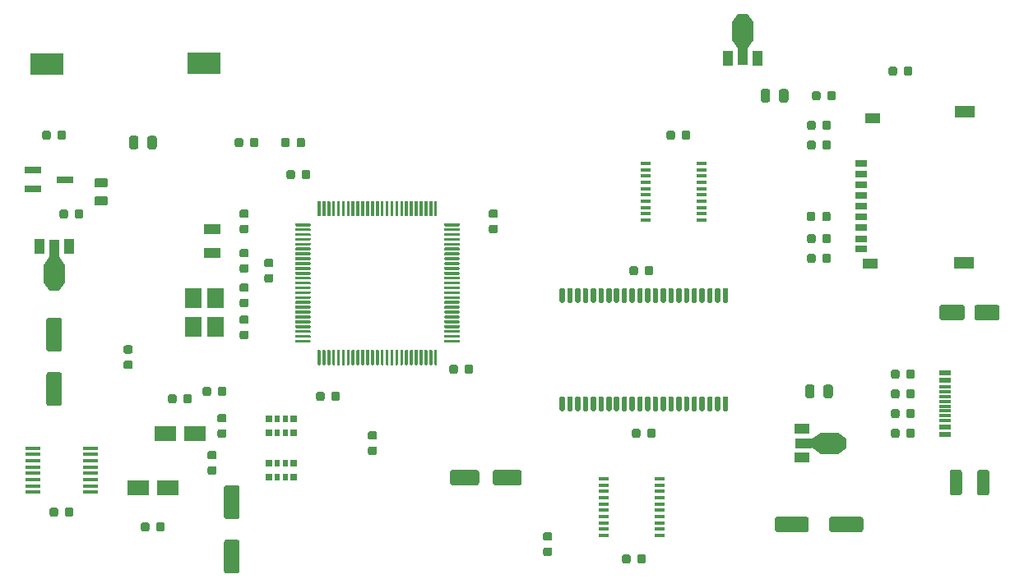
<source format=gbr>
%TF.GenerationSoftware,KiCad,Pcbnew,5.1.5-br-unknown-alt1.rc1*%
%TF.CreationDate,2025-10-05T01:50:59+07:00*%
%TF.ProjectId,ch32v307_100,63683332-7633-4303-975f-3130302e6b69,rev?*%
%TF.SameCoordinates,PX21e9a40PY1d11680*%
%TF.FileFunction,Paste,Top*%
%TF.FilePolarity,Positive*%
%FSLAX46Y46*%
G04 Gerber Fmt 4.6, Leading zero omitted, Abs format (unit mm)*
G04 Created by KiCad (PCBNEW 5.1.5-br-unknown-alt1.rc1) date 2025-10-05 01:50:59*
%MOMM*%
%LPD*%
G01*
G04 APERTURE LIST*
%ADD10R,1.500000X0.450000*%
%ADD11R,0.640000X0.700000*%
%ADD12R,0.500000X0.700000*%
%ADD13R,3.500000X2.250000*%
%ADD14R,2.200000X1.600000*%
%ADD15R,1.200000X0.700000*%
%ADD16R,1.500000X1.000000*%
%ADD17R,2.000000X1.300000*%
%ADD18R,1.160000X0.300000*%
%ADD19R,1.160000X0.600000*%
%ADD20R,1.000000X0.400000*%
%ADD21R,1.800000X1.000000*%
%ADD22R,1.800000X2.100000*%
%ADD23C,0.100000*%
%ADD24R,1.840000X2.200000*%
%ADD25R,2.200000X1.840000*%
%ADD26R,1.000000X1.500000*%
%ADD27R,1.000000X1.800000*%
%ADD28R,1.800000X0.800000*%
G04 APERTURE END LIST*
%TO.C,U3*%
G36*
G01*
X38007000Y-23285000D02*
X38007000Y-23135000D01*
G75*
G02*
X38082000Y-23060000I75000J0D01*
G01*
X39532000Y-23060000D01*
G75*
G02*
X39607000Y-23135000I0J-75000D01*
G01*
X39607000Y-23285000D01*
G75*
G02*
X39532000Y-23360000I-75000J0D01*
G01*
X38082000Y-23360000D01*
G75*
G02*
X38007000Y-23285000I0J75000D01*
G01*
G37*
G36*
G01*
X38007000Y-23785000D02*
X38007000Y-23635000D01*
G75*
G02*
X38082000Y-23560000I75000J0D01*
G01*
X39532000Y-23560000D01*
G75*
G02*
X39607000Y-23635000I0J-75000D01*
G01*
X39607000Y-23785000D01*
G75*
G02*
X39532000Y-23860000I-75000J0D01*
G01*
X38082000Y-23860000D01*
G75*
G02*
X38007000Y-23785000I0J75000D01*
G01*
G37*
G36*
G01*
X38007000Y-24285000D02*
X38007000Y-24135000D01*
G75*
G02*
X38082000Y-24060000I75000J0D01*
G01*
X39532000Y-24060000D01*
G75*
G02*
X39607000Y-24135000I0J-75000D01*
G01*
X39607000Y-24285000D01*
G75*
G02*
X39532000Y-24360000I-75000J0D01*
G01*
X38082000Y-24360000D01*
G75*
G02*
X38007000Y-24285000I0J75000D01*
G01*
G37*
G36*
G01*
X38007000Y-24785000D02*
X38007000Y-24635000D01*
G75*
G02*
X38082000Y-24560000I75000J0D01*
G01*
X39532000Y-24560000D01*
G75*
G02*
X39607000Y-24635000I0J-75000D01*
G01*
X39607000Y-24785000D01*
G75*
G02*
X39532000Y-24860000I-75000J0D01*
G01*
X38082000Y-24860000D01*
G75*
G02*
X38007000Y-24785000I0J75000D01*
G01*
G37*
G36*
G01*
X38007000Y-25285000D02*
X38007000Y-25135000D01*
G75*
G02*
X38082000Y-25060000I75000J0D01*
G01*
X39532000Y-25060000D01*
G75*
G02*
X39607000Y-25135000I0J-75000D01*
G01*
X39607000Y-25285000D01*
G75*
G02*
X39532000Y-25360000I-75000J0D01*
G01*
X38082000Y-25360000D01*
G75*
G02*
X38007000Y-25285000I0J75000D01*
G01*
G37*
G36*
G01*
X38007000Y-25785000D02*
X38007000Y-25635000D01*
G75*
G02*
X38082000Y-25560000I75000J0D01*
G01*
X39532000Y-25560000D01*
G75*
G02*
X39607000Y-25635000I0J-75000D01*
G01*
X39607000Y-25785000D01*
G75*
G02*
X39532000Y-25860000I-75000J0D01*
G01*
X38082000Y-25860000D01*
G75*
G02*
X38007000Y-25785000I0J75000D01*
G01*
G37*
G36*
G01*
X38007000Y-26285000D02*
X38007000Y-26135000D01*
G75*
G02*
X38082000Y-26060000I75000J0D01*
G01*
X39532000Y-26060000D01*
G75*
G02*
X39607000Y-26135000I0J-75000D01*
G01*
X39607000Y-26285000D01*
G75*
G02*
X39532000Y-26360000I-75000J0D01*
G01*
X38082000Y-26360000D01*
G75*
G02*
X38007000Y-26285000I0J75000D01*
G01*
G37*
G36*
G01*
X38007000Y-26785000D02*
X38007000Y-26635000D01*
G75*
G02*
X38082000Y-26560000I75000J0D01*
G01*
X39532000Y-26560000D01*
G75*
G02*
X39607000Y-26635000I0J-75000D01*
G01*
X39607000Y-26785000D01*
G75*
G02*
X39532000Y-26860000I-75000J0D01*
G01*
X38082000Y-26860000D01*
G75*
G02*
X38007000Y-26785000I0J75000D01*
G01*
G37*
G36*
G01*
X38007000Y-27285000D02*
X38007000Y-27135000D01*
G75*
G02*
X38082000Y-27060000I75000J0D01*
G01*
X39532000Y-27060000D01*
G75*
G02*
X39607000Y-27135000I0J-75000D01*
G01*
X39607000Y-27285000D01*
G75*
G02*
X39532000Y-27360000I-75000J0D01*
G01*
X38082000Y-27360000D01*
G75*
G02*
X38007000Y-27285000I0J75000D01*
G01*
G37*
G36*
G01*
X38007000Y-27785000D02*
X38007000Y-27635000D01*
G75*
G02*
X38082000Y-27560000I75000J0D01*
G01*
X39532000Y-27560000D01*
G75*
G02*
X39607000Y-27635000I0J-75000D01*
G01*
X39607000Y-27785000D01*
G75*
G02*
X39532000Y-27860000I-75000J0D01*
G01*
X38082000Y-27860000D01*
G75*
G02*
X38007000Y-27785000I0J75000D01*
G01*
G37*
G36*
G01*
X38007000Y-28285000D02*
X38007000Y-28135000D01*
G75*
G02*
X38082000Y-28060000I75000J0D01*
G01*
X39532000Y-28060000D01*
G75*
G02*
X39607000Y-28135000I0J-75000D01*
G01*
X39607000Y-28285000D01*
G75*
G02*
X39532000Y-28360000I-75000J0D01*
G01*
X38082000Y-28360000D01*
G75*
G02*
X38007000Y-28285000I0J75000D01*
G01*
G37*
G36*
G01*
X38007000Y-28785000D02*
X38007000Y-28635000D01*
G75*
G02*
X38082000Y-28560000I75000J0D01*
G01*
X39532000Y-28560000D01*
G75*
G02*
X39607000Y-28635000I0J-75000D01*
G01*
X39607000Y-28785000D01*
G75*
G02*
X39532000Y-28860000I-75000J0D01*
G01*
X38082000Y-28860000D01*
G75*
G02*
X38007000Y-28785000I0J75000D01*
G01*
G37*
G36*
G01*
X38007000Y-29285000D02*
X38007000Y-29135000D01*
G75*
G02*
X38082000Y-29060000I75000J0D01*
G01*
X39532000Y-29060000D01*
G75*
G02*
X39607000Y-29135000I0J-75000D01*
G01*
X39607000Y-29285000D01*
G75*
G02*
X39532000Y-29360000I-75000J0D01*
G01*
X38082000Y-29360000D01*
G75*
G02*
X38007000Y-29285000I0J75000D01*
G01*
G37*
G36*
G01*
X38007000Y-29785000D02*
X38007000Y-29635000D01*
G75*
G02*
X38082000Y-29560000I75000J0D01*
G01*
X39532000Y-29560000D01*
G75*
G02*
X39607000Y-29635000I0J-75000D01*
G01*
X39607000Y-29785000D01*
G75*
G02*
X39532000Y-29860000I-75000J0D01*
G01*
X38082000Y-29860000D01*
G75*
G02*
X38007000Y-29785000I0J75000D01*
G01*
G37*
G36*
G01*
X38007000Y-30285000D02*
X38007000Y-30135000D01*
G75*
G02*
X38082000Y-30060000I75000J0D01*
G01*
X39532000Y-30060000D01*
G75*
G02*
X39607000Y-30135000I0J-75000D01*
G01*
X39607000Y-30285000D01*
G75*
G02*
X39532000Y-30360000I-75000J0D01*
G01*
X38082000Y-30360000D01*
G75*
G02*
X38007000Y-30285000I0J75000D01*
G01*
G37*
G36*
G01*
X38007000Y-30785000D02*
X38007000Y-30635000D01*
G75*
G02*
X38082000Y-30560000I75000J0D01*
G01*
X39532000Y-30560000D01*
G75*
G02*
X39607000Y-30635000I0J-75000D01*
G01*
X39607000Y-30785000D01*
G75*
G02*
X39532000Y-30860000I-75000J0D01*
G01*
X38082000Y-30860000D01*
G75*
G02*
X38007000Y-30785000I0J75000D01*
G01*
G37*
G36*
G01*
X38007000Y-31285000D02*
X38007000Y-31135000D01*
G75*
G02*
X38082000Y-31060000I75000J0D01*
G01*
X39532000Y-31060000D01*
G75*
G02*
X39607000Y-31135000I0J-75000D01*
G01*
X39607000Y-31285000D01*
G75*
G02*
X39532000Y-31360000I-75000J0D01*
G01*
X38082000Y-31360000D01*
G75*
G02*
X38007000Y-31285000I0J75000D01*
G01*
G37*
G36*
G01*
X38007000Y-31785000D02*
X38007000Y-31635000D01*
G75*
G02*
X38082000Y-31560000I75000J0D01*
G01*
X39532000Y-31560000D01*
G75*
G02*
X39607000Y-31635000I0J-75000D01*
G01*
X39607000Y-31785000D01*
G75*
G02*
X39532000Y-31860000I-75000J0D01*
G01*
X38082000Y-31860000D01*
G75*
G02*
X38007000Y-31785000I0J75000D01*
G01*
G37*
G36*
G01*
X38007000Y-32285000D02*
X38007000Y-32135000D01*
G75*
G02*
X38082000Y-32060000I75000J0D01*
G01*
X39532000Y-32060000D01*
G75*
G02*
X39607000Y-32135000I0J-75000D01*
G01*
X39607000Y-32285000D01*
G75*
G02*
X39532000Y-32360000I-75000J0D01*
G01*
X38082000Y-32360000D01*
G75*
G02*
X38007000Y-32285000I0J75000D01*
G01*
G37*
G36*
G01*
X38007000Y-32785000D02*
X38007000Y-32635000D01*
G75*
G02*
X38082000Y-32560000I75000J0D01*
G01*
X39532000Y-32560000D01*
G75*
G02*
X39607000Y-32635000I0J-75000D01*
G01*
X39607000Y-32785000D01*
G75*
G02*
X39532000Y-32860000I-75000J0D01*
G01*
X38082000Y-32860000D01*
G75*
G02*
X38007000Y-32785000I0J75000D01*
G01*
G37*
G36*
G01*
X38007000Y-33285000D02*
X38007000Y-33135000D01*
G75*
G02*
X38082000Y-33060000I75000J0D01*
G01*
X39532000Y-33060000D01*
G75*
G02*
X39607000Y-33135000I0J-75000D01*
G01*
X39607000Y-33285000D01*
G75*
G02*
X39532000Y-33360000I-75000J0D01*
G01*
X38082000Y-33360000D01*
G75*
G02*
X38007000Y-33285000I0J75000D01*
G01*
G37*
G36*
G01*
X38007000Y-33785000D02*
X38007000Y-33635000D01*
G75*
G02*
X38082000Y-33560000I75000J0D01*
G01*
X39532000Y-33560000D01*
G75*
G02*
X39607000Y-33635000I0J-75000D01*
G01*
X39607000Y-33785000D01*
G75*
G02*
X39532000Y-33860000I-75000J0D01*
G01*
X38082000Y-33860000D01*
G75*
G02*
X38007000Y-33785000I0J75000D01*
G01*
G37*
G36*
G01*
X38007000Y-34285000D02*
X38007000Y-34135000D01*
G75*
G02*
X38082000Y-34060000I75000J0D01*
G01*
X39532000Y-34060000D01*
G75*
G02*
X39607000Y-34135000I0J-75000D01*
G01*
X39607000Y-34285000D01*
G75*
G02*
X39532000Y-34360000I-75000J0D01*
G01*
X38082000Y-34360000D01*
G75*
G02*
X38007000Y-34285000I0J75000D01*
G01*
G37*
G36*
G01*
X38007000Y-34785000D02*
X38007000Y-34635000D01*
G75*
G02*
X38082000Y-34560000I75000J0D01*
G01*
X39532000Y-34560000D01*
G75*
G02*
X39607000Y-34635000I0J-75000D01*
G01*
X39607000Y-34785000D01*
G75*
G02*
X39532000Y-34860000I-75000J0D01*
G01*
X38082000Y-34860000D01*
G75*
G02*
X38007000Y-34785000I0J75000D01*
G01*
G37*
G36*
G01*
X38007000Y-35285000D02*
X38007000Y-35135000D01*
G75*
G02*
X38082000Y-35060000I75000J0D01*
G01*
X39532000Y-35060000D01*
G75*
G02*
X39607000Y-35135000I0J-75000D01*
G01*
X39607000Y-35285000D01*
G75*
G02*
X39532000Y-35360000I-75000J0D01*
G01*
X38082000Y-35360000D01*
G75*
G02*
X38007000Y-35285000I0J75000D01*
G01*
G37*
G36*
G01*
X40332000Y-37610000D02*
X40332000Y-36160000D01*
G75*
G02*
X40407000Y-36085000I75000J0D01*
G01*
X40557000Y-36085000D01*
G75*
G02*
X40632000Y-36160000I0J-75000D01*
G01*
X40632000Y-37610000D01*
G75*
G02*
X40557000Y-37685000I-75000J0D01*
G01*
X40407000Y-37685000D01*
G75*
G02*
X40332000Y-37610000I0J75000D01*
G01*
G37*
G36*
G01*
X40832000Y-37610000D02*
X40832000Y-36160000D01*
G75*
G02*
X40907000Y-36085000I75000J0D01*
G01*
X41057000Y-36085000D01*
G75*
G02*
X41132000Y-36160000I0J-75000D01*
G01*
X41132000Y-37610000D01*
G75*
G02*
X41057000Y-37685000I-75000J0D01*
G01*
X40907000Y-37685000D01*
G75*
G02*
X40832000Y-37610000I0J75000D01*
G01*
G37*
G36*
G01*
X41332000Y-37610000D02*
X41332000Y-36160000D01*
G75*
G02*
X41407000Y-36085000I75000J0D01*
G01*
X41557000Y-36085000D01*
G75*
G02*
X41632000Y-36160000I0J-75000D01*
G01*
X41632000Y-37610000D01*
G75*
G02*
X41557000Y-37685000I-75000J0D01*
G01*
X41407000Y-37685000D01*
G75*
G02*
X41332000Y-37610000I0J75000D01*
G01*
G37*
G36*
G01*
X41832000Y-37610000D02*
X41832000Y-36160000D01*
G75*
G02*
X41907000Y-36085000I75000J0D01*
G01*
X42057000Y-36085000D01*
G75*
G02*
X42132000Y-36160000I0J-75000D01*
G01*
X42132000Y-37610000D01*
G75*
G02*
X42057000Y-37685000I-75000J0D01*
G01*
X41907000Y-37685000D01*
G75*
G02*
X41832000Y-37610000I0J75000D01*
G01*
G37*
G36*
G01*
X42332000Y-37610000D02*
X42332000Y-36160000D01*
G75*
G02*
X42407000Y-36085000I75000J0D01*
G01*
X42557000Y-36085000D01*
G75*
G02*
X42632000Y-36160000I0J-75000D01*
G01*
X42632000Y-37610000D01*
G75*
G02*
X42557000Y-37685000I-75000J0D01*
G01*
X42407000Y-37685000D01*
G75*
G02*
X42332000Y-37610000I0J75000D01*
G01*
G37*
G36*
G01*
X42832000Y-37610000D02*
X42832000Y-36160000D01*
G75*
G02*
X42907000Y-36085000I75000J0D01*
G01*
X43057000Y-36085000D01*
G75*
G02*
X43132000Y-36160000I0J-75000D01*
G01*
X43132000Y-37610000D01*
G75*
G02*
X43057000Y-37685000I-75000J0D01*
G01*
X42907000Y-37685000D01*
G75*
G02*
X42832000Y-37610000I0J75000D01*
G01*
G37*
G36*
G01*
X43332000Y-37610000D02*
X43332000Y-36160000D01*
G75*
G02*
X43407000Y-36085000I75000J0D01*
G01*
X43557000Y-36085000D01*
G75*
G02*
X43632000Y-36160000I0J-75000D01*
G01*
X43632000Y-37610000D01*
G75*
G02*
X43557000Y-37685000I-75000J0D01*
G01*
X43407000Y-37685000D01*
G75*
G02*
X43332000Y-37610000I0J75000D01*
G01*
G37*
G36*
G01*
X43832000Y-37610000D02*
X43832000Y-36160000D01*
G75*
G02*
X43907000Y-36085000I75000J0D01*
G01*
X44057000Y-36085000D01*
G75*
G02*
X44132000Y-36160000I0J-75000D01*
G01*
X44132000Y-37610000D01*
G75*
G02*
X44057000Y-37685000I-75000J0D01*
G01*
X43907000Y-37685000D01*
G75*
G02*
X43832000Y-37610000I0J75000D01*
G01*
G37*
G36*
G01*
X44332000Y-37610000D02*
X44332000Y-36160000D01*
G75*
G02*
X44407000Y-36085000I75000J0D01*
G01*
X44557000Y-36085000D01*
G75*
G02*
X44632000Y-36160000I0J-75000D01*
G01*
X44632000Y-37610000D01*
G75*
G02*
X44557000Y-37685000I-75000J0D01*
G01*
X44407000Y-37685000D01*
G75*
G02*
X44332000Y-37610000I0J75000D01*
G01*
G37*
G36*
G01*
X44832000Y-37610000D02*
X44832000Y-36160000D01*
G75*
G02*
X44907000Y-36085000I75000J0D01*
G01*
X45057000Y-36085000D01*
G75*
G02*
X45132000Y-36160000I0J-75000D01*
G01*
X45132000Y-37610000D01*
G75*
G02*
X45057000Y-37685000I-75000J0D01*
G01*
X44907000Y-37685000D01*
G75*
G02*
X44832000Y-37610000I0J75000D01*
G01*
G37*
G36*
G01*
X45332000Y-37610000D02*
X45332000Y-36160000D01*
G75*
G02*
X45407000Y-36085000I75000J0D01*
G01*
X45557000Y-36085000D01*
G75*
G02*
X45632000Y-36160000I0J-75000D01*
G01*
X45632000Y-37610000D01*
G75*
G02*
X45557000Y-37685000I-75000J0D01*
G01*
X45407000Y-37685000D01*
G75*
G02*
X45332000Y-37610000I0J75000D01*
G01*
G37*
G36*
G01*
X45832000Y-37610000D02*
X45832000Y-36160000D01*
G75*
G02*
X45907000Y-36085000I75000J0D01*
G01*
X46057000Y-36085000D01*
G75*
G02*
X46132000Y-36160000I0J-75000D01*
G01*
X46132000Y-37610000D01*
G75*
G02*
X46057000Y-37685000I-75000J0D01*
G01*
X45907000Y-37685000D01*
G75*
G02*
X45832000Y-37610000I0J75000D01*
G01*
G37*
G36*
G01*
X46332000Y-37610000D02*
X46332000Y-36160000D01*
G75*
G02*
X46407000Y-36085000I75000J0D01*
G01*
X46557000Y-36085000D01*
G75*
G02*
X46632000Y-36160000I0J-75000D01*
G01*
X46632000Y-37610000D01*
G75*
G02*
X46557000Y-37685000I-75000J0D01*
G01*
X46407000Y-37685000D01*
G75*
G02*
X46332000Y-37610000I0J75000D01*
G01*
G37*
G36*
G01*
X46832000Y-37610000D02*
X46832000Y-36160000D01*
G75*
G02*
X46907000Y-36085000I75000J0D01*
G01*
X47057000Y-36085000D01*
G75*
G02*
X47132000Y-36160000I0J-75000D01*
G01*
X47132000Y-37610000D01*
G75*
G02*
X47057000Y-37685000I-75000J0D01*
G01*
X46907000Y-37685000D01*
G75*
G02*
X46832000Y-37610000I0J75000D01*
G01*
G37*
G36*
G01*
X47332000Y-37610000D02*
X47332000Y-36160000D01*
G75*
G02*
X47407000Y-36085000I75000J0D01*
G01*
X47557000Y-36085000D01*
G75*
G02*
X47632000Y-36160000I0J-75000D01*
G01*
X47632000Y-37610000D01*
G75*
G02*
X47557000Y-37685000I-75000J0D01*
G01*
X47407000Y-37685000D01*
G75*
G02*
X47332000Y-37610000I0J75000D01*
G01*
G37*
G36*
G01*
X47832000Y-37610000D02*
X47832000Y-36160000D01*
G75*
G02*
X47907000Y-36085000I75000J0D01*
G01*
X48057000Y-36085000D01*
G75*
G02*
X48132000Y-36160000I0J-75000D01*
G01*
X48132000Y-37610000D01*
G75*
G02*
X48057000Y-37685000I-75000J0D01*
G01*
X47907000Y-37685000D01*
G75*
G02*
X47832000Y-37610000I0J75000D01*
G01*
G37*
G36*
G01*
X48332000Y-37610000D02*
X48332000Y-36160000D01*
G75*
G02*
X48407000Y-36085000I75000J0D01*
G01*
X48557000Y-36085000D01*
G75*
G02*
X48632000Y-36160000I0J-75000D01*
G01*
X48632000Y-37610000D01*
G75*
G02*
X48557000Y-37685000I-75000J0D01*
G01*
X48407000Y-37685000D01*
G75*
G02*
X48332000Y-37610000I0J75000D01*
G01*
G37*
G36*
G01*
X48832000Y-37610000D02*
X48832000Y-36160000D01*
G75*
G02*
X48907000Y-36085000I75000J0D01*
G01*
X49057000Y-36085000D01*
G75*
G02*
X49132000Y-36160000I0J-75000D01*
G01*
X49132000Y-37610000D01*
G75*
G02*
X49057000Y-37685000I-75000J0D01*
G01*
X48907000Y-37685000D01*
G75*
G02*
X48832000Y-37610000I0J75000D01*
G01*
G37*
G36*
G01*
X49332000Y-37610000D02*
X49332000Y-36160000D01*
G75*
G02*
X49407000Y-36085000I75000J0D01*
G01*
X49557000Y-36085000D01*
G75*
G02*
X49632000Y-36160000I0J-75000D01*
G01*
X49632000Y-37610000D01*
G75*
G02*
X49557000Y-37685000I-75000J0D01*
G01*
X49407000Y-37685000D01*
G75*
G02*
X49332000Y-37610000I0J75000D01*
G01*
G37*
G36*
G01*
X49832000Y-37610000D02*
X49832000Y-36160000D01*
G75*
G02*
X49907000Y-36085000I75000J0D01*
G01*
X50057000Y-36085000D01*
G75*
G02*
X50132000Y-36160000I0J-75000D01*
G01*
X50132000Y-37610000D01*
G75*
G02*
X50057000Y-37685000I-75000J0D01*
G01*
X49907000Y-37685000D01*
G75*
G02*
X49832000Y-37610000I0J75000D01*
G01*
G37*
G36*
G01*
X50332000Y-37610000D02*
X50332000Y-36160000D01*
G75*
G02*
X50407000Y-36085000I75000J0D01*
G01*
X50557000Y-36085000D01*
G75*
G02*
X50632000Y-36160000I0J-75000D01*
G01*
X50632000Y-37610000D01*
G75*
G02*
X50557000Y-37685000I-75000J0D01*
G01*
X50407000Y-37685000D01*
G75*
G02*
X50332000Y-37610000I0J75000D01*
G01*
G37*
G36*
G01*
X50832000Y-37610000D02*
X50832000Y-36160000D01*
G75*
G02*
X50907000Y-36085000I75000J0D01*
G01*
X51057000Y-36085000D01*
G75*
G02*
X51132000Y-36160000I0J-75000D01*
G01*
X51132000Y-37610000D01*
G75*
G02*
X51057000Y-37685000I-75000J0D01*
G01*
X50907000Y-37685000D01*
G75*
G02*
X50832000Y-37610000I0J75000D01*
G01*
G37*
G36*
G01*
X51332000Y-37610000D02*
X51332000Y-36160000D01*
G75*
G02*
X51407000Y-36085000I75000J0D01*
G01*
X51557000Y-36085000D01*
G75*
G02*
X51632000Y-36160000I0J-75000D01*
G01*
X51632000Y-37610000D01*
G75*
G02*
X51557000Y-37685000I-75000J0D01*
G01*
X51407000Y-37685000D01*
G75*
G02*
X51332000Y-37610000I0J75000D01*
G01*
G37*
G36*
G01*
X51832000Y-37610000D02*
X51832000Y-36160000D01*
G75*
G02*
X51907000Y-36085000I75000J0D01*
G01*
X52057000Y-36085000D01*
G75*
G02*
X52132000Y-36160000I0J-75000D01*
G01*
X52132000Y-37610000D01*
G75*
G02*
X52057000Y-37685000I-75000J0D01*
G01*
X51907000Y-37685000D01*
G75*
G02*
X51832000Y-37610000I0J75000D01*
G01*
G37*
G36*
G01*
X52332000Y-37610000D02*
X52332000Y-36160000D01*
G75*
G02*
X52407000Y-36085000I75000J0D01*
G01*
X52557000Y-36085000D01*
G75*
G02*
X52632000Y-36160000I0J-75000D01*
G01*
X52632000Y-37610000D01*
G75*
G02*
X52557000Y-37685000I-75000J0D01*
G01*
X52407000Y-37685000D01*
G75*
G02*
X52332000Y-37610000I0J75000D01*
G01*
G37*
G36*
G01*
X53357000Y-35285000D02*
X53357000Y-35135000D01*
G75*
G02*
X53432000Y-35060000I75000J0D01*
G01*
X54882000Y-35060000D01*
G75*
G02*
X54957000Y-35135000I0J-75000D01*
G01*
X54957000Y-35285000D01*
G75*
G02*
X54882000Y-35360000I-75000J0D01*
G01*
X53432000Y-35360000D01*
G75*
G02*
X53357000Y-35285000I0J75000D01*
G01*
G37*
G36*
G01*
X53357000Y-34785000D02*
X53357000Y-34635000D01*
G75*
G02*
X53432000Y-34560000I75000J0D01*
G01*
X54882000Y-34560000D01*
G75*
G02*
X54957000Y-34635000I0J-75000D01*
G01*
X54957000Y-34785000D01*
G75*
G02*
X54882000Y-34860000I-75000J0D01*
G01*
X53432000Y-34860000D01*
G75*
G02*
X53357000Y-34785000I0J75000D01*
G01*
G37*
G36*
G01*
X53357000Y-34285000D02*
X53357000Y-34135000D01*
G75*
G02*
X53432000Y-34060000I75000J0D01*
G01*
X54882000Y-34060000D01*
G75*
G02*
X54957000Y-34135000I0J-75000D01*
G01*
X54957000Y-34285000D01*
G75*
G02*
X54882000Y-34360000I-75000J0D01*
G01*
X53432000Y-34360000D01*
G75*
G02*
X53357000Y-34285000I0J75000D01*
G01*
G37*
G36*
G01*
X53357000Y-33785000D02*
X53357000Y-33635000D01*
G75*
G02*
X53432000Y-33560000I75000J0D01*
G01*
X54882000Y-33560000D01*
G75*
G02*
X54957000Y-33635000I0J-75000D01*
G01*
X54957000Y-33785000D01*
G75*
G02*
X54882000Y-33860000I-75000J0D01*
G01*
X53432000Y-33860000D01*
G75*
G02*
X53357000Y-33785000I0J75000D01*
G01*
G37*
G36*
G01*
X53357000Y-33285000D02*
X53357000Y-33135000D01*
G75*
G02*
X53432000Y-33060000I75000J0D01*
G01*
X54882000Y-33060000D01*
G75*
G02*
X54957000Y-33135000I0J-75000D01*
G01*
X54957000Y-33285000D01*
G75*
G02*
X54882000Y-33360000I-75000J0D01*
G01*
X53432000Y-33360000D01*
G75*
G02*
X53357000Y-33285000I0J75000D01*
G01*
G37*
G36*
G01*
X53357000Y-32785000D02*
X53357000Y-32635000D01*
G75*
G02*
X53432000Y-32560000I75000J0D01*
G01*
X54882000Y-32560000D01*
G75*
G02*
X54957000Y-32635000I0J-75000D01*
G01*
X54957000Y-32785000D01*
G75*
G02*
X54882000Y-32860000I-75000J0D01*
G01*
X53432000Y-32860000D01*
G75*
G02*
X53357000Y-32785000I0J75000D01*
G01*
G37*
G36*
G01*
X53357000Y-32285000D02*
X53357000Y-32135000D01*
G75*
G02*
X53432000Y-32060000I75000J0D01*
G01*
X54882000Y-32060000D01*
G75*
G02*
X54957000Y-32135000I0J-75000D01*
G01*
X54957000Y-32285000D01*
G75*
G02*
X54882000Y-32360000I-75000J0D01*
G01*
X53432000Y-32360000D01*
G75*
G02*
X53357000Y-32285000I0J75000D01*
G01*
G37*
G36*
G01*
X53357000Y-31785000D02*
X53357000Y-31635000D01*
G75*
G02*
X53432000Y-31560000I75000J0D01*
G01*
X54882000Y-31560000D01*
G75*
G02*
X54957000Y-31635000I0J-75000D01*
G01*
X54957000Y-31785000D01*
G75*
G02*
X54882000Y-31860000I-75000J0D01*
G01*
X53432000Y-31860000D01*
G75*
G02*
X53357000Y-31785000I0J75000D01*
G01*
G37*
G36*
G01*
X53357000Y-31285000D02*
X53357000Y-31135000D01*
G75*
G02*
X53432000Y-31060000I75000J0D01*
G01*
X54882000Y-31060000D01*
G75*
G02*
X54957000Y-31135000I0J-75000D01*
G01*
X54957000Y-31285000D01*
G75*
G02*
X54882000Y-31360000I-75000J0D01*
G01*
X53432000Y-31360000D01*
G75*
G02*
X53357000Y-31285000I0J75000D01*
G01*
G37*
G36*
G01*
X53357000Y-30785000D02*
X53357000Y-30635000D01*
G75*
G02*
X53432000Y-30560000I75000J0D01*
G01*
X54882000Y-30560000D01*
G75*
G02*
X54957000Y-30635000I0J-75000D01*
G01*
X54957000Y-30785000D01*
G75*
G02*
X54882000Y-30860000I-75000J0D01*
G01*
X53432000Y-30860000D01*
G75*
G02*
X53357000Y-30785000I0J75000D01*
G01*
G37*
G36*
G01*
X53357000Y-30285000D02*
X53357000Y-30135000D01*
G75*
G02*
X53432000Y-30060000I75000J0D01*
G01*
X54882000Y-30060000D01*
G75*
G02*
X54957000Y-30135000I0J-75000D01*
G01*
X54957000Y-30285000D01*
G75*
G02*
X54882000Y-30360000I-75000J0D01*
G01*
X53432000Y-30360000D01*
G75*
G02*
X53357000Y-30285000I0J75000D01*
G01*
G37*
G36*
G01*
X53357000Y-29785000D02*
X53357000Y-29635000D01*
G75*
G02*
X53432000Y-29560000I75000J0D01*
G01*
X54882000Y-29560000D01*
G75*
G02*
X54957000Y-29635000I0J-75000D01*
G01*
X54957000Y-29785000D01*
G75*
G02*
X54882000Y-29860000I-75000J0D01*
G01*
X53432000Y-29860000D01*
G75*
G02*
X53357000Y-29785000I0J75000D01*
G01*
G37*
G36*
G01*
X53357000Y-29285000D02*
X53357000Y-29135000D01*
G75*
G02*
X53432000Y-29060000I75000J0D01*
G01*
X54882000Y-29060000D01*
G75*
G02*
X54957000Y-29135000I0J-75000D01*
G01*
X54957000Y-29285000D01*
G75*
G02*
X54882000Y-29360000I-75000J0D01*
G01*
X53432000Y-29360000D01*
G75*
G02*
X53357000Y-29285000I0J75000D01*
G01*
G37*
G36*
G01*
X53357000Y-28785000D02*
X53357000Y-28635000D01*
G75*
G02*
X53432000Y-28560000I75000J0D01*
G01*
X54882000Y-28560000D01*
G75*
G02*
X54957000Y-28635000I0J-75000D01*
G01*
X54957000Y-28785000D01*
G75*
G02*
X54882000Y-28860000I-75000J0D01*
G01*
X53432000Y-28860000D01*
G75*
G02*
X53357000Y-28785000I0J75000D01*
G01*
G37*
G36*
G01*
X53357000Y-28285000D02*
X53357000Y-28135000D01*
G75*
G02*
X53432000Y-28060000I75000J0D01*
G01*
X54882000Y-28060000D01*
G75*
G02*
X54957000Y-28135000I0J-75000D01*
G01*
X54957000Y-28285000D01*
G75*
G02*
X54882000Y-28360000I-75000J0D01*
G01*
X53432000Y-28360000D01*
G75*
G02*
X53357000Y-28285000I0J75000D01*
G01*
G37*
G36*
G01*
X53357000Y-27785000D02*
X53357000Y-27635000D01*
G75*
G02*
X53432000Y-27560000I75000J0D01*
G01*
X54882000Y-27560000D01*
G75*
G02*
X54957000Y-27635000I0J-75000D01*
G01*
X54957000Y-27785000D01*
G75*
G02*
X54882000Y-27860000I-75000J0D01*
G01*
X53432000Y-27860000D01*
G75*
G02*
X53357000Y-27785000I0J75000D01*
G01*
G37*
G36*
G01*
X53357000Y-27285000D02*
X53357000Y-27135000D01*
G75*
G02*
X53432000Y-27060000I75000J0D01*
G01*
X54882000Y-27060000D01*
G75*
G02*
X54957000Y-27135000I0J-75000D01*
G01*
X54957000Y-27285000D01*
G75*
G02*
X54882000Y-27360000I-75000J0D01*
G01*
X53432000Y-27360000D01*
G75*
G02*
X53357000Y-27285000I0J75000D01*
G01*
G37*
G36*
G01*
X53357000Y-26785000D02*
X53357000Y-26635000D01*
G75*
G02*
X53432000Y-26560000I75000J0D01*
G01*
X54882000Y-26560000D01*
G75*
G02*
X54957000Y-26635000I0J-75000D01*
G01*
X54957000Y-26785000D01*
G75*
G02*
X54882000Y-26860000I-75000J0D01*
G01*
X53432000Y-26860000D01*
G75*
G02*
X53357000Y-26785000I0J75000D01*
G01*
G37*
G36*
G01*
X53357000Y-26285000D02*
X53357000Y-26135000D01*
G75*
G02*
X53432000Y-26060000I75000J0D01*
G01*
X54882000Y-26060000D01*
G75*
G02*
X54957000Y-26135000I0J-75000D01*
G01*
X54957000Y-26285000D01*
G75*
G02*
X54882000Y-26360000I-75000J0D01*
G01*
X53432000Y-26360000D01*
G75*
G02*
X53357000Y-26285000I0J75000D01*
G01*
G37*
G36*
G01*
X53357000Y-25785000D02*
X53357000Y-25635000D01*
G75*
G02*
X53432000Y-25560000I75000J0D01*
G01*
X54882000Y-25560000D01*
G75*
G02*
X54957000Y-25635000I0J-75000D01*
G01*
X54957000Y-25785000D01*
G75*
G02*
X54882000Y-25860000I-75000J0D01*
G01*
X53432000Y-25860000D01*
G75*
G02*
X53357000Y-25785000I0J75000D01*
G01*
G37*
G36*
G01*
X53357000Y-25285000D02*
X53357000Y-25135000D01*
G75*
G02*
X53432000Y-25060000I75000J0D01*
G01*
X54882000Y-25060000D01*
G75*
G02*
X54957000Y-25135000I0J-75000D01*
G01*
X54957000Y-25285000D01*
G75*
G02*
X54882000Y-25360000I-75000J0D01*
G01*
X53432000Y-25360000D01*
G75*
G02*
X53357000Y-25285000I0J75000D01*
G01*
G37*
G36*
G01*
X53357000Y-24785000D02*
X53357000Y-24635000D01*
G75*
G02*
X53432000Y-24560000I75000J0D01*
G01*
X54882000Y-24560000D01*
G75*
G02*
X54957000Y-24635000I0J-75000D01*
G01*
X54957000Y-24785000D01*
G75*
G02*
X54882000Y-24860000I-75000J0D01*
G01*
X53432000Y-24860000D01*
G75*
G02*
X53357000Y-24785000I0J75000D01*
G01*
G37*
G36*
G01*
X53357000Y-24285000D02*
X53357000Y-24135000D01*
G75*
G02*
X53432000Y-24060000I75000J0D01*
G01*
X54882000Y-24060000D01*
G75*
G02*
X54957000Y-24135000I0J-75000D01*
G01*
X54957000Y-24285000D01*
G75*
G02*
X54882000Y-24360000I-75000J0D01*
G01*
X53432000Y-24360000D01*
G75*
G02*
X53357000Y-24285000I0J75000D01*
G01*
G37*
G36*
G01*
X53357000Y-23785000D02*
X53357000Y-23635000D01*
G75*
G02*
X53432000Y-23560000I75000J0D01*
G01*
X54882000Y-23560000D01*
G75*
G02*
X54957000Y-23635000I0J-75000D01*
G01*
X54957000Y-23785000D01*
G75*
G02*
X54882000Y-23860000I-75000J0D01*
G01*
X53432000Y-23860000D01*
G75*
G02*
X53357000Y-23785000I0J75000D01*
G01*
G37*
G36*
G01*
X53357000Y-23285000D02*
X53357000Y-23135000D01*
G75*
G02*
X53432000Y-23060000I75000J0D01*
G01*
X54882000Y-23060000D01*
G75*
G02*
X54957000Y-23135000I0J-75000D01*
G01*
X54957000Y-23285000D01*
G75*
G02*
X54882000Y-23360000I-75000J0D01*
G01*
X53432000Y-23360000D01*
G75*
G02*
X53357000Y-23285000I0J75000D01*
G01*
G37*
G36*
G01*
X52332000Y-22260000D02*
X52332000Y-20810000D01*
G75*
G02*
X52407000Y-20735000I75000J0D01*
G01*
X52557000Y-20735000D01*
G75*
G02*
X52632000Y-20810000I0J-75000D01*
G01*
X52632000Y-22260000D01*
G75*
G02*
X52557000Y-22335000I-75000J0D01*
G01*
X52407000Y-22335000D01*
G75*
G02*
X52332000Y-22260000I0J75000D01*
G01*
G37*
G36*
G01*
X51832000Y-22260000D02*
X51832000Y-20810000D01*
G75*
G02*
X51907000Y-20735000I75000J0D01*
G01*
X52057000Y-20735000D01*
G75*
G02*
X52132000Y-20810000I0J-75000D01*
G01*
X52132000Y-22260000D01*
G75*
G02*
X52057000Y-22335000I-75000J0D01*
G01*
X51907000Y-22335000D01*
G75*
G02*
X51832000Y-22260000I0J75000D01*
G01*
G37*
G36*
G01*
X51332000Y-22260000D02*
X51332000Y-20810000D01*
G75*
G02*
X51407000Y-20735000I75000J0D01*
G01*
X51557000Y-20735000D01*
G75*
G02*
X51632000Y-20810000I0J-75000D01*
G01*
X51632000Y-22260000D01*
G75*
G02*
X51557000Y-22335000I-75000J0D01*
G01*
X51407000Y-22335000D01*
G75*
G02*
X51332000Y-22260000I0J75000D01*
G01*
G37*
G36*
G01*
X50832000Y-22260000D02*
X50832000Y-20810000D01*
G75*
G02*
X50907000Y-20735000I75000J0D01*
G01*
X51057000Y-20735000D01*
G75*
G02*
X51132000Y-20810000I0J-75000D01*
G01*
X51132000Y-22260000D01*
G75*
G02*
X51057000Y-22335000I-75000J0D01*
G01*
X50907000Y-22335000D01*
G75*
G02*
X50832000Y-22260000I0J75000D01*
G01*
G37*
G36*
G01*
X50332000Y-22260000D02*
X50332000Y-20810000D01*
G75*
G02*
X50407000Y-20735000I75000J0D01*
G01*
X50557000Y-20735000D01*
G75*
G02*
X50632000Y-20810000I0J-75000D01*
G01*
X50632000Y-22260000D01*
G75*
G02*
X50557000Y-22335000I-75000J0D01*
G01*
X50407000Y-22335000D01*
G75*
G02*
X50332000Y-22260000I0J75000D01*
G01*
G37*
G36*
G01*
X49832000Y-22260000D02*
X49832000Y-20810000D01*
G75*
G02*
X49907000Y-20735000I75000J0D01*
G01*
X50057000Y-20735000D01*
G75*
G02*
X50132000Y-20810000I0J-75000D01*
G01*
X50132000Y-22260000D01*
G75*
G02*
X50057000Y-22335000I-75000J0D01*
G01*
X49907000Y-22335000D01*
G75*
G02*
X49832000Y-22260000I0J75000D01*
G01*
G37*
G36*
G01*
X49332000Y-22260000D02*
X49332000Y-20810000D01*
G75*
G02*
X49407000Y-20735000I75000J0D01*
G01*
X49557000Y-20735000D01*
G75*
G02*
X49632000Y-20810000I0J-75000D01*
G01*
X49632000Y-22260000D01*
G75*
G02*
X49557000Y-22335000I-75000J0D01*
G01*
X49407000Y-22335000D01*
G75*
G02*
X49332000Y-22260000I0J75000D01*
G01*
G37*
G36*
G01*
X48832000Y-22260000D02*
X48832000Y-20810000D01*
G75*
G02*
X48907000Y-20735000I75000J0D01*
G01*
X49057000Y-20735000D01*
G75*
G02*
X49132000Y-20810000I0J-75000D01*
G01*
X49132000Y-22260000D01*
G75*
G02*
X49057000Y-22335000I-75000J0D01*
G01*
X48907000Y-22335000D01*
G75*
G02*
X48832000Y-22260000I0J75000D01*
G01*
G37*
G36*
G01*
X48332000Y-22260000D02*
X48332000Y-20810000D01*
G75*
G02*
X48407000Y-20735000I75000J0D01*
G01*
X48557000Y-20735000D01*
G75*
G02*
X48632000Y-20810000I0J-75000D01*
G01*
X48632000Y-22260000D01*
G75*
G02*
X48557000Y-22335000I-75000J0D01*
G01*
X48407000Y-22335000D01*
G75*
G02*
X48332000Y-22260000I0J75000D01*
G01*
G37*
G36*
G01*
X47832000Y-22260000D02*
X47832000Y-20810000D01*
G75*
G02*
X47907000Y-20735000I75000J0D01*
G01*
X48057000Y-20735000D01*
G75*
G02*
X48132000Y-20810000I0J-75000D01*
G01*
X48132000Y-22260000D01*
G75*
G02*
X48057000Y-22335000I-75000J0D01*
G01*
X47907000Y-22335000D01*
G75*
G02*
X47832000Y-22260000I0J75000D01*
G01*
G37*
G36*
G01*
X47332000Y-22260000D02*
X47332000Y-20810000D01*
G75*
G02*
X47407000Y-20735000I75000J0D01*
G01*
X47557000Y-20735000D01*
G75*
G02*
X47632000Y-20810000I0J-75000D01*
G01*
X47632000Y-22260000D01*
G75*
G02*
X47557000Y-22335000I-75000J0D01*
G01*
X47407000Y-22335000D01*
G75*
G02*
X47332000Y-22260000I0J75000D01*
G01*
G37*
G36*
G01*
X46832000Y-22260000D02*
X46832000Y-20810000D01*
G75*
G02*
X46907000Y-20735000I75000J0D01*
G01*
X47057000Y-20735000D01*
G75*
G02*
X47132000Y-20810000I0J-75000D01*
G01*
X47132000Y-22260000D01*
G75*
G02*
X47057000Y-22335000I-75000J0D01*
G01*
X46907000Y-22335000D01*
G75*
G02*
X46832000Y-22260000I0J75000D01*
G01*
G37*
G36*
G01*
X46332000Y-22260000D02*
X46332000Y-20810000D01*
G75*
G02*
X46407000Y-20735000I75000J0D01*
G01*
X46557000Y-20735000D01*
G75*
G02*
X46632000Y-20810000I0J-75000D01*
G01*
X46632000Y-22260000D01*
G75*
G02*
X46557000Y-22335000I-75000J0D01*
G01*
X46407000Y-22335000D01*
G75*
G02*
X46332000Y-22260000I0J75000D01*
G01*
G37*
G36*
G01*
X45832000Y-22260000D02*
X45832000Y-20810000D01*
G75*
G02*
X45907000Y-20735000I75000J0D01*
G01*
X46057000Y-20735000D01*
G75*
G02*
X46132000Y-20810000I0J-75000D01*
G01*
X46132000Y-22260000D01*
G75*
G02*
X46057000Y-22335000I-75000J0D01*
G01*
X45907000Y-22335000D01*
G75*
G02*
X45832000Y-22260000I0J75000D01*
G01*
G37*
G36*
G01*
X45332000Y-22260000D02*
X45332000Y-20810000D01*
G75*
G02*
X45407000Y-20735000I75000J0D01*
G01*
X45557000Y-20735000D01*
G75*
G02*
X45632000Y-20810000I0J-75000D01*
G01*
X45632000Y-22260000D01*
G75*
G02*
X45557000Y-22335000I-75000J0D01*
G01*
X45407000Y-22335000D01*
G75*
G02*
X45332000Y-22260000I0J75000D01*
G01*
G37*
G36*
G01*
X44832000Y-22260000D02*
X44832000Y-20810000D01*
G75*
G02*
X44907000Y-20735000I75000J0D01*
G01*
X45057000Y-20735000D01*
G75*
G02*
X45132000Y-20810000I0J-75000D01*
G01*
X45132000Y-22260000D01*
G75*
G02*
X45057000Y-22335000I-75000J0D01*
G01*
X44907000Y-22335000D01*
G75*
G02*
X44832000Y-22260000I0J75000D01*
G01*
G37*
G36*
G01*
X44332000Y-22260000D02*
X44332000Y-20810000D01*
G75*
G02*
X44407000Y-20735000I75000J0D01*
G01*
X44557000Y-20735000D01*
G75*
G02*
X44632000Y-20810000I0J-75000D01*
G01*
X44632000Y-22260000D01*
G75*
G02*
X44557000Y-22335000I-75000J0D01*
G01*
X44407000Y-22335000D01*
G75*
G02*
X44332000Y-22260000I0J75000D01*
G01*
G37*
G36*
G01*
X43832000Y-22260000D02*
X43832000Y-20810000D01*
G75*
G02*
X43907000Y-20735000I75000J0D01*
G01*
X44057000Y-20735000D01*
G75*
G02*
X44132000Y-20810000I0J-75000D01*
G01*
X44132000Y-22260000D01*
G75*
G02*
X44057000Y-22335000I-75000J0D01*
G01*
X43907000Y-22335000D01*
G75*
G02*
X43832000Y-22260000I0J75000D01*
G01*
G37*
G36*
G01*
X43332000Y-22260000D02*
X43332000Y-20810000D01*
G75*
G02*
X43407000Y-20735000I75000J0D01*
G01*
X43557000Y-20735000D01*
G75*
G02*
X43632000Y-20810000I0J-75000D01*
G01*
X43632000Y-22260000D01*
G75*
G02*
X43557000Y-22335000I-75000J0D01*
G01*
X43407000Y-22335000D01*
G75*
G02*
X43332000Y-22260000I0J75000D01*
G01*
G37*
G36*
G01*
X42832000Y-22260000D02*
X42832000Y-20810000D01*
G75*
G02*
X42907000Y-20735000I75000J0D01*
G01*
X43057000Y-20735000D01*
G75*
G02*
X43132000Y-20810000I0J-75000D01*
G01*
X43132000Y-22260000D01*
G75*
G02*
X43057000Y-22335000I-75000J0D01*
G01*
X42907000Y-22335000D01*
G75*
G02*
X42832000Y-22260000I0J75000D01*
G01*
G37*
G36*
G01*
X42332000Y-22260000D02*
X42332000Y-20810000D01*
G75*
G02*
X42407000Y-20735000I75000J0D01*
G01*
X42557000Y-20735000D01*
G75*
G02*
X42632000Y-20810000I0J-75000D01*
G01*
X42632000Y-22260000D01*
G75*
G02*
X42557000Y-22335000I-75000J0D01*
G01*
X42407000Y-22335000D01*
G75*
G02*
X42332000Y-22260000I0J75000D01*
G01*
G37*
G36*
G01*
X41832000Y-22260000D02*
X41832000Y-20810000D01*
G75*
G02*
X41907000Y-20735000I75000J0D01*
G01*
X42057000Y-20735000D01*
G75*
G02*
X42132000Y-20810000I0J-75000D01*
G01*
X42132000Y-22260000D01*
G75*
G02*
X42057000Y-22335000I-75000J0D01*
G01*
X41907000Y-22335000D01*
G75*
G02*
X41832000Y-22260000I0J75000D01*
G01*
G37*
G36*
G01*
X41332000Y-22260000D02*
X41332000Y-20810000D01*
G75*
G02*
X41407000Y-20735000I75000J0D01*
G01*
X41557000Y-20735000D01*
G75*
G02*
X41632000Y-20810000I0J-75000D01*
G01*
X41632000Y-22260000D01*
G75*
G02*
X41557000Y-22335000I-75000J0D01*
G01*
X41407000Y-22335000D01*
G75*
G02*
X41332000Y-22260000I0J75000D01*
G01*
G37*
G36*
G01*
X40832000Y-22260000D02*
X40832000Y-20810000D01*
G75*
G02*
X40907000Y-20735000I75000J0D01*
G01*
X41057000Y-20735000D01*
G75*
G02*
X41132000Y-20810000I0J-75000D01*
G01*
X41132000Y-22260000D01*
G75*
G02*
X41057000Y-22335000I-75000J0D01*
G01*
X40907000Y-22335000D01*
G75*
G02*
X40832000Y-22260000I0J75000D01*
G01*
G37*
G36*
G01*
X40332000Y-22260000D02*
X40332000Y-20810000D01*
G75*
G02*
X40407000Y-20735000I75000J0D01*
G01*
X40557000Y-20735000D01*
G75*
G02*
X40632000Y-20810000I0J-75000D01*
G01*
X40632000Y-22260000D01*
G75*
G02*
X40557000Y-22335000I-75000J0D01*
G01*
X40407000Y-22335000D01*
G75*
G02*
X40332000Y-22260000I0J75000D01*
G01*
G37*
%TD*%
%TO.C,U7*%
G36*
G01*
X82176500Y-29718000D02*
X82451500Y-29718000D01*
G75*
G02*
X82589000Y-29855500I0J-137500D01*
G01*
X82589000Y-31105500D01*
G75*
G02*
X82451500Y-31243000I-137500J0D01*
G01*
X82176500Y-31243000D01*
G75*
G02*
X82039000Y-31105500I0J137500D01*
G01*
X82039000Y-29855500D01*
G75*
G02*
X82176500Y-29718000I137500J0D01*
G01*
G37*
G36*
G01*
X81376500Y-29718000D02*
X81651500Y-29718000D01*
G75*
G02*
X81789000Y-29855500I0J-137500D01*
G01*
X81789000Y-31105500D01*
G75*
G02*
X81651500Y-31243000I-137500J0D01*
G01*
X81376500Y-31243000D01*
G75*
G02*
X81239000Y-31105500I0J137500D01*
G01*
X81239000Y-29855500D01*
G75*
G02*
X81376500Y-29718000I137500J0D01*
G01*
G37*
G36*
G01*
X80576500Y-29718000D02*
X80851500Y-29718000D01*
G75*
G02*
X80989000Y-29855500I0J-137500D01*
G01*
X80989000Y-31105500D01*
G75*
G02*
X80851500Y-31243000I-137500J0D01*
G01*
X80576500Y-31243000D01*
G75*
G02*
X80439000Y-31105500I0J137500D01*
G01*
X80439000Y-29855500D01*
G75*
G02*
X80576500Y-29718000I137500J0D01*
G01*
G37*
G36*
G01*
X79776500Y-29718000D02*
X80051500Y-29718000D01*
G75*
G02*
X80189000Y-29855500I0J-137500D01*
G01*
X80189000Y-31105500D01*
G75*
G02*
X80051500Y-31243000I-137500J0D01*
G01*
X79776500Y-31243000D01*
G75*
G02*
X79639000Y-31105500I0J137500D01*
G01*
X79639000Y-29855500D01*
G75*
G02*
X79776500Y-29718000I137500J0D01*
G01*
G37*
G36*
G01*
X78976500Y-29718000D02*
X79251500Y-29718000D01*
G75*
G02*
X79389000Y-29855500I0J-137500D01*
G01*
X79389000Y-31105500D01*
G75*
G02*
X79251500Y-31243000I-137500J0D01*
G01*
X78976500Y-31243000D01*
G75*
G02*
X78839000Y-31105500I0J137500D01*
G01*
X78839000Y-29855500D01*
G75*
G02*
X78976500Y-29718000I137500J0D01*
G01*
G37*
G36*
G01*
X78176500Y-29718000D02*
X78451500Y-29718000D01*
G75*
G02*
X78589000Y-29855500I0J-137500D01*
G01*
X78589000Y-31105500D01*
G75*
G02*
X78451500Y-31243000I-137500J0D01*
G01*
X78176500Y-31243000D01*
G75*
G02*
X78039000Y-31105500I0J137500D01*
G01*
X78039000Y-29855500D01*
G75*
G02*
X78176500Y-29718000I137500J0D01*
G01*
G37*
G36*
G01*
X77376500Y-29718000D02*
X77651500Y-29718000D01*
G75*
G02*
X77789000Y-29855500I0J-137500D01*
G01*
X77789000Y-31105500D01*
G75*
G02*
X77651500Y-31243000I-137500J0D01*
G01*
X77376500Y-31243000D01*
G75*
G02*
X77239000Y-31105500I0J137500D01*
G01*
X77239000Y-29855500D01*
G75*
G02*
X77376500Y-29718000I137500J0D01*
G01*
G37*
G36*
G01*
X76576500Y-29718000D02*
X76851500Y-29718000D01*
G75*
G02*
X76989000Y-29855500I0J-137500D01*
G01*
X76989000Y-31105500D01*
G75*
G02*
X76851500Y-31243000I-137500J0D01*
G01*
X76576500Y-31243000D01*
G75*
G02*
X76439000Y-31105500I0J137500D01*
G01*
X76439000Y-29855500D01*
G75*
G02*
X76576500Y-29718000I137500J0D01*
G01*
G37*
G36*
G01*
X75776500Y-29718000D02*
X76051500Y-29718000D01*
G75*
G02*
X76189000Y-29855500I0J-137500D01*
G01*
X76189000Y-31105500D01*
G75*
G02*
X76051500Y-31243000I-137500J0D01*
G01*
X75776500Y-31243000D01*
G75*
G02*
X75639000Y-31105500I0J137500D01*
G01*
X75639000Y-29855500D01*
G75*
G02*
X75776500Y-29718000I137500J0D01*
G01*
G37*
G36*
G01*
X74976500Y-29718000D02*
X75251500Y-29718000D01*
G75*
G02*
X75389000Y-29855500I0J-137500D01*
G01*
X75389000Y-31105500D01*
G75*
G02*
X75251500Y-31243000I-137500J0D01*
G01*
X74976500Y-31243000D01*
G75*
G02*
X74839000Y-31105500I0J137500D01*
G01*
X74839000Y-29855500D01*
G75*
G02*
X74976500Y-29718000I137500J0D01*
G01*
G37*
G36*
G01*
X74176500Y-29718000D02*
X74451500Y-29718000D01*
G75*
G02*
X74589000Y-29855500I0J-137500D01*
G01*
X74589000Y-31105500D01*
G75*
G02*
X74451500Y-31243000I-137500J0D01*
G01*
X74176500Y-31243000D01*
G75*
G02*
X74039000Y-31105500I0J137500D01*
G01*
X74039000Y-29855500D01*
G75*
G02*
X74176500Y-29718000I137500J0D01*
G01*
G37*
G36*
G01*
X73376500Y-29718000D02*
X73651500Y-29718000D01*
G75*
G02*
X73789000Y-29855500I0J-137500D01*
G01*
X73789000Y-31105500D01*
G75*
G02*
X73651500Y-31243000I-137500J0D01*
G01*
X73376500Y-31243000D01*
G75*
G02*
X73239000Y-31105500I0J137500D01*
G01*
X73239000Y-29855500D01*
G75*
G02*
X73376500Y-29718000I137500J0D01*
G01*
G37*
G36*
G01*
X72576500Y-29718000D02*
X72851500Y-29718000D01*
G75*
G02*
X72989000Y-29855500I0J-137500D01*
G01*
X72989000Y-31105500D01*
G75*
G02*
X72851500Y-31243000I-137500J0D01*
G01*
X72576500Y-31243000D01*
G75*
G02*
X72439000Y-31105500I0J137500D01*
G01*
X72439000Y-29855500D01*
G75*
G02*
X72576500Y-29718000I137500J0D01*
G01*
G37*
G36*
G01*
X71776500Y-29718000D02*
X72051500Y-29718000D01*
G75*
G02*
X72189000Y-29855500I0J-137500D01*
G01*
X72189000Y-31105500D01*
G75*
G02*
X72051500Y-31243000I-137500J0D01*
G01*
X71776500Y-31243000D01*
G75*
G02*
X71639000Y-31105500I0J137500D01*
G01*
X71639000Y-29855500D01*
G75*
G02*
X71776500Y-29718000I137500J0D01*
G01*
G37*
G36*
G01*
X70976500Y-29718000D02*
X71251500Y-29718000D01*
G75*
G02*
X71389000Y-29855500I0J-137500D01*
G01*
X71389000Y-31105500D01*
G75*
G02*
X71251500Y-31243000I-137500J0D01*
G01*
X70976500Y-31243000D01*
G75*
G02*
X70839000Y-31105500I0J137500D01*
G01*
X70839000Y-29855500D01*
G75*
G02*
X70976500Y-29718000I137500J0D01*
G01*
G37*
G36*
G01*
X70176500Y-29718000D02*
X70451500Y-29718000D01*
G75*
G02*
X70589000Y-29855500I0J-137500D01*
G01*
X70589000Y-31105500D01*
G75*
G02*
X70451500Y-31243000I-137500J0D01*
G01*
X70176500Y-31243000D01*
G75*
G02*
X70039000Y-31105500I0J137500D01*
G01*
X70039000Y-29855500D01*
G75*
G02*
X70176500Y-29718000I137500J0D01*
G01*
G37*
G36*
G01*
X69376500Y-29718000D02*
X69651500Y-29718000D01*
G75*
G02*
X69789000Y-29855500I0J-137500D01*
G01*
X69789000Y-31105500D01*
G75*
G02*
X69651500Y-31243000I-137500J0D01*
G01*
X69376500Y-31243000D01*
G75*
G02*
X69239000Y-31105500I0J137500D01*
G01*
X69239000Y-29855500D01*
G75*
G02*
X69376500Y-29718000I137500J0D01*
G01*
G37*
G36*
G01*
X68576500Y-29718000D02*
X68851500Y-29718000D01*
G75*
G02*
X68989000Y-29855500I0J-137500D01*
G01*
X68989000Y-31105500D01*
G75*
G02*
X68851500Y-31243000I-137500J0D01*
G01*
X68576500Y-31243000D01*
G75*
G02*
X68439000Y-31105500I0J137500D01*
G01*
X68439000Y-29855500D01*
G75*
G02*
X68576500Y-29718000I137500J0D01*
G01*
G37*
G36*
G01*
X67776500Y-29718000D02*
X68051500Y-29718000D01*
G75*
G02*
X68189000Y-29855500I0J-137500D01*
G01*
X68189000Y-31105500D01*
G75*
G02*
X68051500Y-31243000I-137500J0D01*
G01*
X67776500Y-31243000D01*
G75*
G02*
X67639000Y-31105500I0J137500D01*
G01*
X67639000Y-29855500D01*
G75*
G02*
X67776500Y-29718000I137500J0D01*
G01*
G37*
G36*
G01*
X66976500Y-29718000D02*
X67251500Y-29718000D01*
G75*
G02*
X67389000Y-29855500I0J-137500D01*
G01*
X67389000Y-31105500D01*
G75*
G02*
X67251500Y-31243000I-137500J0D01*
G01*
X66976500Y-31243000D01*
G75*
G02*
X66839000Y-31105500I0J137500D01*
G01*
X66839000Y-29855500D01*
G75*
G02*
X66976500Y-29718000I137500J0D01*
G01*
G37*
G36*
G01*
X66176500Y-29718000D02*
X66451500Y-29718000D01*
G75*
G02*
X66589000Y-29855500I0J-137500D01*
G01*
X66589000Y-31105500D01*
G75*
G02*
X66451500Y-31243000I-137500J0D01*
G01*
X66176500Y-31243000D01*
G75*
G02*
X66039000Y-31105500I0J137500D01*
G01*
X66039000Y-29855500D01*
G75*
G02*
X66176500Y-29718000I137500J0D01*
G01*
G37*
G36*
G01*
X65376500Y-29718000D02*
X65651500Y-29718000D01*
G75*
G02*
X65789000Y-29855500I0J-137500D01*
G01*
X65789000Y-31105500D01*
G75*
G02*
X65651500Y-31243000I-137500J0D01*
G01*
X65376500Y-31243000D01*
G75*
G02*
X65239000Y-31105500I0J137500D01*
G01*
X65239000Y-29855500D01*
G75*
G02*
X65376500Y-29718000I137500J0D01*
G01*
G37*
G36*
G01*
X65376500Y-40893000D02*
X65651500Y-40893000D01*
G75*
G02*
X65789000Y-41030500I0J-137500D01*
G01*
X65789000Y-42280500D01*
G75*
G02*
X65651500Y-42418000I-137500J0D01*
G01*
X65376500Y-42418000D01*
G75*
G02*
X65239000Y-42280500I0J137500D01*
G01*
X65239000Y-41030500D01*
G75*
G02*
X65376500Y-40893000I137500J0D01*
G01*
G37*
G36*
G01*
X66176500Y-40893000D02*
X66451500Y-40893000D01*
G75*
G02*
X66589000Y-41030500I0J-137500D01*
G01*
X66589000Y-42280500D01*
G75*
G02*
X66451500Y-42418000I-137500J0D01*
G01*
X66176500Y-42418000D01*
G75*
G02*
X66039000Y-42280500I0J137500D01*
G01*
X66039000Y-41030500D01*
G75*
G02*
X66176500Y-40893000I137500J0D01*
G01*
G37*
G36*
G01*
X66976500Y-40893000D02*
X67251500Y-40893000D01*
G75*
G02*
X67389000Y-41030500I0J-137500D01*
G01*
X67389000Y-42280500D01*
G75*
G02*
X67251500Y-42418000I-137500J0D01*
G01*
X66976500Y-42418000D01*
G75*
G02*
X66839000Y-42280500I0J137500D01*
G01*
X66839000Y-41030500D01*
G75*
G02*
X66976500Y-40893000I137500J0D01*
G01*
G37*
G36*
G01*
X67776500Y-40893000D02*
X68051500Y-40893000D01*
G75*
G02*
X68189000Y-41030500I0J-137500D01*
G01*
X68189000Y-42280500D01*
G75*
G02*
X68051500Y-42418000I-137500J0D01*
G01*
X67776500Y-42418000D01*
G75*
G02*
X67639000Y-42280500I0J137500D01*
G01*
X67639000Y-41030500D01*
G75*
G02*
X67776500Y-40893000I137500J0D01*
G01*
G37*
G36*
G01*
X68576500Y-40893000D02*
X68851500Y-40893000D01*
G75*
G02*
X68989000Y-41030500I0J-137500D01*
G01*
X68989000Y-42280500D01*
G75*
G02*
X68851500Y-42418000I-137500J0D01*
G01*
X68576500Y-42418000D01*
G75*
G02*
X68439000Y-42280500I0J137500D01*
G01*
X68439000Y-41030500D01*
G75*
G02*
X68576500Y-40893000I137500J0D01*
G01*
G37*
G36*
G01*
X69376500Y-40893000D02*
X69651500Y-40893000D01*
G75*
G02*
X69789000Y-41030500I0J-137500D01*
G01*
X69789000Y-42280500D01*
G75*
G02*
X69651500Y-42418000I-137500J0D01*
G01*
X69376500Y-42418000D01*
G75*
G02*
X69239000Y-42280500I0J137500D01*
G01*
X69239000Y-41030500D01*
G75*
G02*
X69376500Y-40893000I137500J0D01*
G01*
G37*
G36*
G01*
X70176500Y-40893000D02*
X70451500Y-40893000D01*
G75*
G02*
X70589000Y-41030500I0J-137500D01*
G01*
X70589000Y-42280500D01*
G75*
G02*
X70451500Y-42418000I-137500J0D01*
G01*
X70176500Y-42418000D01*
G75*
G02*
X70039000Y-42280500I0J137500D01*
G01*
X70039000Y-41030500D01*
G75*
G02*
X70176500Y-40893000I137500J0D01*
G01*
G37*
G36*
G01*
X70976500Y-40893000D02*
X71251500Y-40893000D01*
G75*
G02*
X71389000Y-41030500I0J-137500D01*
G01*
X71389000Y-42280500D01*
G75*
G02*
X71251500Y-42418000I-137500J0D01*
G01*
X70976500Y-42418000D01*
G75*
G02*
X70839000Y-42280500I0J137500D01*
G01*
X70839000Y-41030500D01*
G75*
G02*
X70976500Y-40893000I137500J0D01*
G01*
G37*
G36*
G01*
X71776500Y-40893000D02*
X72051500Y-40893000D01*
G75*
G02*
X72189000Y-41030500I0J-137500D01*
G01*
X72189000Y-42280500D01*
G75*
G02*
X72051500Y-42418000I-137500J0D01*
G01*
X71776500Y-42418000D01*
G75*
G02*
X71639000Y-42280500I0J137500D01*
G01*
X71639000Y-41030500D01*
G75*
G02*
X71776500Y-40893000I137500J0D01*
G01*
G37*
G36*
G01*
X72576500Y-40893000D02*
X72851500Y-40893000D01*
G75*
G02*
X72989000Y-41030500I0J-137500D01*
G01*
X72989000Y-42280500D01*
G75*
G02*
X72851500Y-42418000I-137500J0D01*
G01*
X72576500Y-42418000D01*
G75*
G02*
X72439000Y-42280500I0J137500D01*
G01*
X72439000Y-41030500D01*
G75*
G02*
X72576500Y-40893000I137500J0D01*
G01*
G37*
G36*
G01*
X73376500Y-40893000D02*
X73651500Y-40893000D01*
G75*
G02*
X73789000Y-41030500I0J-137500D01*
G01*
X73789000Y-42280500D01*
G75*
G02*
X73651500Y-42418000I-137500J0D01*
G01*
X73376500Y-42418000D01*
G75*
G02*
X73239000Y-42280500I0J137500D01*
G01*
X73239000Y-41030500D01*
G75*
G02*
X73376500Y-40893000I137500J0D01*
G01*
G37*
G36*
G01*
X74176500Y-40893000D02*
X74451500Y-40893000D01*
G75*
G02*
X74589000Y-41030500I0J-137500D01*
G01*
X74589000Y-42280500D01*
G75*
G02*
X74451500Y-42418000I-137500J0D01*
G01*
X74176500Y-42418000D01*
G75*
G02*
X74039000Y-42280500I0J137500D01*
G01*
X74039000Y-41030500D01*
G75*
G02*
X74176500Y-40893000I137500J0D01*
G01*
G37*
G36*
G01*
X74976500Y-40893000D02*
X75251500Y-40893000D01*
G75*
G02*
X75389000Y-41030500I0J-137500D01*
G01*
X75389000Y-42280500D01*
G75*
G02*
X75251500Y-42418000I-137500J0D01*
G01*
X74976500Y-42418000D01*
G75*
G02*
X74839000Y-42280500I0J137500D01*
G01*
X74839000Y-41030500D01*
G75*
G02*
X74976500Y-40893000I137500J0D01*
G01*
G37*
G36*
G01*
X75776500Y-40893000D02*
X76051500Y-40893000D01*
G75*
G02*
X76189000Y-41030500I0J-137500D01*
G01*
X76189000Y-42280500D01*
G75*
G02*
X76051500Y-42418000I-137500J0D01*
G01*
X75776500Y-42418000D01*
G75*
G02*
X75639000Y-42280500I0J137500D01*
G01*
X75639000Y-41030500D01*
G75*
G02*
X75776500Y-40893000I137500J0D01*
G01*
G37*
G36*
G01*
X76576500Y-40893000D02*
X76851500Y-40893000D01*
G75*
G02*
X76989000Y-41030500I0J-137500D01*
G01*
X76989000Y-42280500D01*
G75*
G02*
X76851500Y-42418000I-137500J0D01*
G01*
X76576500Y-42418000D01*
G75*
G02*
X76439000Y-42280500I0J137500D01*
G01*
X76439000Y-41030500D01*
G75*
G02*
X76576500Y-40893000I137500J0D01*
G01*
G37*
G36*
G01*
X77376500Y-40893000D02*
X77651500Y-40893000D01*
G75*
G02*
X77789000Y-41030500I0J-137500D01*
G01*
X77789000Y-42280500D01*
G75*
G02*
X77651500Y-42418000I-137500J0D01*
G01*
X77376500Y-42418000D01*
G75*
G02*
X77239000Y-42280500I0J137500D01*
G01*
X77239000Y-41030500D01*
G75*
G02*
X77376500Y-40893000I137500J0D01*
G01*
G37*
G36*
G01*
X78176500Y-40893000D02*
X78451500Y-40893000D01*
G75*
G02*
X78589000Y-41030500I0J-137500D01*
G01*
X78589000Y-42280500D01*
G75*
G02*
X78451500Y-42418000I-137500J0D01*
G01*
X78176500Y-42418000D01*
G75*
G02*
X78039000Y-42280500I0J137500D01*
G01*
X78039000Y-41030500D01*
G75*
G02*
X78176500Y-40893000I137500J0D01*
G01*
G37*
G36*
G01*
X78976500Y-40893000D02*
X79251500Y-40893000D01*
G75*
G02*
X79389000Y-41030500I0J-137500D01*
G01*
X79389000Y-42280500D01*
G75*
G02*
X79251500Y-42418000I-137500J0D01*
G01*
X78976500Y-42418000D01*
G75*
G02*
X78839000Y-42280500I0J137500D01*
G01*
X78839000Y-41030500D01*
G75*
G02*
X78976500Y-40893000I137500J0D01*
G01*
G37*
G36*
G01*
X79776500Y-40893000D02*
X80051500Y-40893000D01*
G75*
G02*
X80189000Y-41030500I0J-137500D01*
G01*
X80189000Y-42280500D01*
G75*
G02*
X80051500Y-42418000I-137500J0D01*
G01*
X79776500Y-42418000D01*
G75*
G02*
X79639000Y-42280500I0J137500D01*
G01*
X79639000Y-41030500D01*
G75*
G02*
X79776500Y-40893000I137500J0D01*
G01*
G37*
G36*
G01*
X80576500Y-40893000D02*
X80851500Y-40893000D01*
G75*
G02*
X80989000Y-41030500I0J-137500D01*
G01*
X80989000Y-42280500D01*
G75*
G02*
X80851500Y-42418000I-137500J0D01*
G01*
X80576500Y-42418000D01*
G75*
G02*
X80439000Y-42280500I0J137500D01*
G01*
X80439000Y-41030500D01*
G75*
G02*
X80576500Y-40893000I137500J0D01*
G01*
G37*
G36*
G01*
X81376500Y-40893000D02*
X81651500Y-40893000D01*
G75*
G02*
X81789000Y-41030500I0J-137500D01*
G01*
X81789000Y-42280500D01*
G75*
G02*
X81651500Y-42418000I-137500J0D01*
G01*
X81376500Y-42418000D01*
G75*
G02*
X81239000Y-42280500I0J137500D01*
G01*
X81239000Y-41030500D01*
G75*
G02*
X81376500Y-40893000I137500J0D01*
G01*
G37*
G36*
G01*
X82176500Y-40893000D02*
X82451500Y-40893000D01*
G75*
G02*
X82589000Y-41030500I0J-137500D01*
G01*
X82589000Y-42280500D01*
G75*
G02*
X82451500Y-42418000I-137500J0D01*
G01*
X82176500Y-42418000D01*
G75*
G02*
X82039000Y-42280500I0J137500D01*
G01*
X82039000Y-41030500D01*
G75*
G02*
X82176500Y-40893000I137500J0D01*
G01*
G37*
%TD*%
D10*
%TO.C,U4*%
X11020000Y-46239000D03*
X11020000Y-46889000D03*
X11020000Y-47539000D03*
X11020000Y-48189000D03*
X11020000Y-48839000D03*
X11020000Y-49489000D03*
X11020000Y-50139000D03*
X11020000Y-50789000D03*
X16920000Y-50789000D03*
X16920000Y-50139000D03*
X16920000Y-49489000D03*
X16920000Y-48839000D03*
X16920000Y-48189000D03*
X16920000Y-47539000D03*
X16920000Y-46889000D03*
X16920000Y-46239000D03*
%TD*%
%TO.C,R2*%
G36*
G01*
X30068000Y-40642250D02*
X30068000Y-40129750D01*
G75*
G02*
X30286750Y-39911000I218750J0D01*
G01*
X30724250Y-39911000D01*
G75*
G02*
X30943000Y-40129750I0J-218750D01*
G01*
X30943000Y-40642250D01*
G75*
G02*
X30724250Y-40861000I-218750J0D01*
G01*
X30286750Y-40861000D01*
G75*
G02*
X30068000Y-40642250I0J218750D01*
G01*
G37*
G36*
G01*
X28493000Y-40642250D02*
X28493000Y-40129750D01*
G75*
G02*
X28711750Y-39911000I218750J0D01*
G01*
X29149250Y-39911000D01*
G75*
G02*
X29368000Y-40129750I0J-218750D01*
G01*
X29368000Y-40642250D01*
G75*
G02*
X29149250Y-40861000I-218750J0D01*
G01*
X28711750Y-40861000D01*
G75*
G02*
X28493000Y-40642250I0J218750D01*
G01*
G37*
%TD*%
%TO.C,C2*%
G36*
G01*
X26512000Y-41404250D02*
X26512000Y-40891750D01*
G75*
G02*
X26730750Y-40673000I218750J0D01*
G01*
X27168250Y-40673000D01*
G75*
G02*
X27387000Y-40891750I0J-218750D01*
G01*
X27387000Y-41404250D01*
G75*
G02*
X27168250Y-41623000I-218750J0D01*
G01*
X26730750Y-41623000D01*
G75*
G02*
X26512000Y-41404250I0J218750D01*
G01*
G37*
G36*
G01*
X24937000Y-41404250D02*
X24937000Y-40891750D01*
G75*
G02*
X25155750Y-40673000I218750J0D01*
G01*
X25593250Y-40673000D01*
G75*
G02*
X25812000Y-40891750I0J-218750D01*
G01*
X25812000Y-41404250D01*
G75*
G02*
X25593250Y-41623000I-218750J0D01*
G01*
X25155750Y-41623000D01*
G75*
G02*
X24937000Y-41404250I0J218750D01*
G01*
G37*
%TD*%
%TO.C,C8*%
G36*
G01*
X33022250Y-33432000D02*
X32509750Y-33432000D01*
G75*
G02*
X32291000Y-33213250I0J218750D01*
G01*
X32291000Y-32775750D01*
G75*
G02*
X32509750Y-32557000I218750J0D01*
G01*
X33022250Y-32557000D01*
G75*
G02*
X33241000Y-32775750I0J-218750D01*
G01*
X33241000Y-33213250D01*
G75*
G02*
X33022250Y-33432000I-218750J0D01*
G01*
G37*
G36*
G01*
X33022250Y-35007000D02*
X32509750Y-35007000D01*
G75*
G02*
X32291000Y-34788250I0J218750D01*
G01*
X32291000Y-34350750D01*
G75*
G02*
X32509750Y-34132000I218750J0D01*
G01*
X33022250Y-34132000D01*
G75*
G02*
X33241000Y-34350750I0J-218750D01*
G01*
X33241000Y-34788250D01*
G75*
G02*
X33022250Y-35007000I-218750J0D01*
G01*
G37*
%TD*%
D11*
%TO.C,RN1*%
X35306000Y-49214000D03*
D12*
X36176000Y-49214000D03*
D11*
X37846000Y-49214000D03*
D12*
X36976000Y-49214000D03*
D11*
X35306000Y-47814000D03*
D12*
X36976000Y-47814000D03*
X36176000Y-47814000D03*
D11*
X37846000Y-47814000D03*
%TD*%
D13*
%TO.C,BT1*%
X12471400Y-6604000D03*
X28638500Y-6527800D03*
%TD*%
%TO.C,C1*%
G36*
G01*
X23718000Y-54612250D02*
X23718000Y-54099750D01*
G75*
G02*
X23936750Y-53881000I218750J0D01*
G01*
X24374250Y-53881000D01*
G75*
G02*
X24593000Y-54099750I0J-218750D01*
G01*
X24593000Y-54612250D01*
G75*
G02*
X24374250Y-54831000I-218750J0D01*
G01*
X23936750Y-54831000D01*
G75*
G02*
X23718000Y-54612250I0J218750D01*
G01*
G37*
G36*
G01*
X22143000Y-54612250D02*
X22143000Y-54099750D01*
G75*
G02*
X22361750Y-53881000I218750J0D01*
G01*
X22799250Y-53881000D01*
G75*
G02*
X23018000Y-54099750I0J-218750D01*
G01*
X23018000Y-54612250D01*
G75*
G02*
X22799250Y-54831000I-218750J0D01*
G01*
X22361750Y-54831000D01*
G75*
G02*
X22143000Y-54612250I0J218750D01*
G01*
G37*
%TD*%
D14*
%TO.C,C3*%
X24868000Y-50292000D03*
X21868000Y-50292000D03*
%TD*%
%TO.C,C4*%
X24662000Y-44704000D03*
X27662000Y-44704000D03*
%TD*%
%TO.C,C5*%
G36*
G01*
X32509750Y-23210000D02*
X33022250Y-23210000D01*
G75*
G02*
X33241000Y-23428750I0J-218750D01*
G01*
X33241000Y-23866250D01*
G75*
G02*
X33022250Y-24085000I-218750J0D01*
G01*
X32509750Y-24085000D01*
G75*
G02*
X32291000Y-23866250I0J218750D01*
G01*
X32291000Y-23428750D01*
G75*
G02*
X32509750Y-23210000I218750J0D01*
G01*
G37*
G36*
G01*
X32509750Y-21635000D02*
X33022250Y-21635000D01*
G75*
G02*
X33241000Y-21853750I0J-218750D01*
G01*
X33241000Y-22291250D01*
G75*
G02*
X33022250Y-22510000I-218750J0D01*
G01*
X32509750Y-22510000D01*
G75*
G02*
X32291000Y-22291250I0J218750D01*
G01*
X32291000Y-21853750D01*
G75*
G02*
X32509750Y-21635000I218750J0D01*
G01*
G37*
%TD*%
%TO.C,C6*%
G36*
G01*
X32509750Y-25699000D02*
X33022250Y-25699000D01*
G75*
G02*
X33241000Y-25917750I0J-218750D01*
G01*
X33241000Y-26355250D01*
G75*
G02*
X33022250Y-26574000I-218750J0D01*
G01*
X32509750Y-26574000D01*
G75*
G02*
X32291000Y-26355250I0J218750D01*
G01*
X32291000Y-25917750D01*
G75*
G02*
X32509750Y-25699000I218750J0D01*
G01*
G37*
G36*
G01*
X32509750Y-27274000D02*
X33022250Y-27274000D01*
G75*
G02*
X33241000Y-27492750I0J-218750D01*
G01*
X33241000Y-27930250D01*
G75*
G02*
X33022250Y-28149000I-218750J0D01*
G01*
X32509750Y-28149000D01*
G75*
G02*
X32291000Y-27930250I0J218750D01*
G01*
X32291000Y-27492750D01*
G75*
G02*
X32509750Y-27274000I218750J0D01*
G01*
G37*
%TD*%
%TO.C,C7*%
G36*
G01*
X33022250Y-31705000D02*
X32509750Y-31705000D01*
G75*
G02*
X32291000Y-31486250I0J218750D01*
G01*
X32291000Y-31048750D01*
G75*
G02*
X32509750Y-30830000I218750J0D01*
G01*
X33022250Y-30830000D01*
G75*
G02*
X33241000Y-31048750I0J-218750D01*
G01*
X33241000Y-31486250D01*
G75*
G02*
X33022250Y-31705000I-218750J0D01*
G01*
G37*
G36*
G01*
X33022250Y-30130000D02*
X32509750Y-30130000D01*
G75*
G02*
X32291000Y-29911250I0J218750D01*
G01*
X32291000Y-29473750D01*
G75*
G02*
X32509750Y-29255000I218750J0D01*
G01*
X33022250Y-29255000D01*
G75*
G02*
X33241000Y-29473750I0J-218750D01*
G01*
X33241000Y-29911250D01*
G75*
G02*
X33022250Y-30130000I-218750J0D01*
G01*
G37*
%TD*%
%TO.C,C9*%
G36*
G01*
X23777000Y-14275750D02*
X23777000Y-15188250D01*
G75*
G02*
X23533250Y-15432000I-243750J0D01*
G01*
X23045750Y-15432000D01*
G75*
G02*
X22802000Y-15188250I0J243750D01*
G01*
X22802000Y-14275750D01*
G75*
G02*
X23045750Y-14032000I243750J0D01*
G01*
X23533250Y-14032000D01*
G75*
G02*
X23777000Y-14275750I0J-243750D01*
G01*
G37*
G36*
G01*
X21902000Y-14275750D02*
X21902000Y-15188250D01*
G75*
G02*
X21658250Y-15432000I-243750J0D01*
G01*
X21170750Y-15432000D01*
G75*
G02*
X20927000Y-15188250I0J243750D01*
G01*
X20927000Y-14275750D01*
G75*
G02*
X21170750Y-14032000I243750J0D01*
G01*
X21658250Y-14032000D01*
G75*
G02*
X21902000Y-14275750I0J-243750D01*
G01*
G37*
%TD*%
%TO.C,C10*%
G36*
G01*
X99980000Y-7109750D02*
X99980000Y-7622250D01*
G75*
G02*
X99761250Y-7841000I-218750J0D01*
G01*
X99323750Y-7841000D01*
G75*
G02*
X99105000Y-7622250I0J218750D01*
G01*
X99105000Y-7109750D01*
G75*
G02*
X99323750Y-6891000I218750J0D01*
G01*
X99761250Y-6891000D01*
G75*
G02*
X99980000Y-7109750I0J-218750D01*
G01*
G37*
G36*
G01*
X101555000Y-7109750D02*
X101555000Y-7622250D01*
G75*
G02*
X101336250Y-7841000I-218750J0D01*
G01*
X100898750Y-7841000D01*
G75*
G02*
X100680000Y-7622250I0J218750D01*
G01*
X100680000Y-7109750D01*
G75*
G02*
X100898750Y-6891000I218750J0D01*
G01*
X101336250Y-6891000D01*
G75*
G02*
X101555000Y-7109750I0J-218750D01*
G01*
G37*
%TD*%
%TO.C,C11*%
G36*
G01*
X75139000Y-44447750D02*
X75139000Y-44960250D01*
G75*
G02*
X74920250Y-45179000I-218750J0D01*
G01*
X74482750Y-45179000D01*
G75*
G02*
X74264000Y-44960250I0J218750D01*
G01*
X74264000Y-44447750D01*
G75*
G02*
X74482750Y-44229000I218750J0D01*
G01*
X74920250Y-44229000D01*
G75*
G02*
X75139000Y-44447750I0J-218750D01*
G01*
G37*
G36*
G01*
X73564000Y-44447750D02*
X73564000Y-44960250D01*
G75*
G02*
X73345250Y-45179000I-218750J0D01*
G01*
X72907750Y-45179000D01*
G75*
G02*
X72689000Y-44960250I0J218750D01*
G01*
X72689000Y-44447750D01*
G75*
G02*
X72907750Y-44229000I218750J0D01*
G01*
X73345250Y-44229000D01*
G75*
G02*
X73564000Y-44447750I0J-218750D01*
G01*
G37*
%TD*%
%TO.C,C12*%
G36*
G01*
X77820000Y-14226250D02*
X77820000Y-13713750D01*
G75*
G02*
X78038750Y-13495000I218750J0D01*
G01*
X78476250Y-13495000D01*
G75*
G02*
X78695000Y-13713750I0J-218750D01*
G01*
X78695000Y-14226250D01*
G75*
G02*
X78476250Y-14445000I-218750J0D01*
G01*
X78038750Y-14445000D01*
G75*
G02*
X77820000Y-14226250I0J218750D01*
G01*
G37*
G36*
G01*
X76245000Y-14226250D02*
X76245000Y-13713750D01*
G75*
G02*
X76463750Y-13495000I218750J0D01*
G01*
X76901250Y-13495000D01*
G75*
G02*
X77120000Y-13713750I0J-218750D01*
G01*
X77120000Y-14226250D01*
G75*
G02*
X76901250Y-14445000I-218750J0D01*
G01*
X76463750Y-14445000D01*
G75*
G02*
X76245000Y-14226250I0J218750D01*
G01*
G37*
%TD*%
%TO.C,C14*%
G36*
G01*
X72435000Y-28196250D02*
X72435000Y-27683750D01*
G75*
G02*
X72653750Y-27465000I218750J0D01*
G01*
X73091250Y-27465000D01*
G75*
G02*
X73310000Y-27683750I0J-218750D01*
G01*
X73310000Y-28196250D01*
G75*
G02*
X73091250Y-28415000I-218750J0D01*
G01*
X72653750Y-28415000D01*
G75*
G02*
X72435000Y-28196250I0J218750D01*
G01*
G37*
G36*
G01*
X74010000Y-28196250D02*
X74010000Y-27683750D01*
G75*
G02*
X74228750Y-27465000I218750J0D01*
G01*
X74666250Y-27465000D01*
G75*
G02*
X74885000Y-27683750I0J-218750D01*
G01*
X74885000Y-28196250D01*
G75*
G02*
X74666250Y-28415000I-218750J0D01*
G01*
X74228750Y-28415000D01*
G75*
G02*
X74010000Y-28196250I0J218750D01*
G01*
G37*
%TD*%
%TO.C,C15*%
G36*
G01*
X53893000Y-38356250D02*
X53893000Y-37843750D01*
G75*
G02*
X54111750Y-37625000I218750J0D01*
G01*
X54549250Y-37625000D01*
G75*
G02*
X54768000Y-37843750I0J-218750D01*
G01*
X54768000Y-38356250D01*
G75*
G02*
X54549250Y-38575000I-218750J0D01*
G01*
X54111750Y-38575000D01*
G75*
G02*
X53893000Y-38356250I0J218750D01*
G01*
G37*
G36*
G01*
X55468000Y-38356250D02*
X55468000Y-37843750D01*
G75*
G02*
X55686750Y-37625000I218750J0D01*
G01*
X56124250Y-37625000D01*
G75*
G02*
X56343000Y-37843750I0J-218750D01*
G01*
X56343000Y-38356250D01*
G75*
G02*
X56124250Y-38575000I-218750J0D01*
G01*
X55686750Y-38575000D01*
G75*
G02*
X55468000Y-38356250I0J218750D01*
G01*
G37*
%TD*%
%TO.C,C17*%
G36*
G01*
X58676250Y-22510000D02*
X58163750Y-22510000D01*
G75*
G02*
X57945000Y-22291250I0J218750D01*
G01*
X57945000Y-21853750D01*
G75*
G02*
X58163750Y-21635000I218750J0D01*
G01*
X58676250Y-21635000D01*
G75*
G02*
X58895000Y-21853750I0J-218750D01*
G01*
X58895000Y-22291250D01*
G75*
G02*
X58676250Y-22510000I-218750J0D01*
G01*
G37*
G36*
G01*
X58676250Y-24085000D02*
X58163750Y-24085000D01*
G75*
G02*
X57945000Y-23866250I0J218750D01*
G01*
X57945000Y-23428750D01*
G75*
G02*
X58163750Y-23210000I218750J0D01*
G01*
X58676250Y-23210000D01*
G75*
G02*
X58895000Y-23428750I0J-218750D01*
G01*
X58895000Y-23866250D01*
G75*
G02*
X58676250Y-24085000I-218750J0D01*
G01*
G37*
%TD*%
%TO.C,C18*%
G36*
G01*
X35049750Y-26715000D02*
X35562250Y-26715000D01*
G75*
G02*
X35781000Y-26933750I0J-218750D01*
G01*
X35781000Y-27371250D01*
G75*
G02*
X35562250Y-27590000I-218750J0D01*
G01*
X35049750Y-27590000D01*
G75*
G02*
X34831000Y-27371250I0J218750D01*
G01*
X34831000Y-26933750D01*
G75*
G02*
X35049750Y-26715000I218750J0D01*
G01*
G37*
G36*
G01*
X35049750Y-28290000D02*
X35562250Y-28290000D01*
G75*
G02*
X35781000Y-28508750I0J-218750D01*
G01*
X35781000Y-28946250D01*
G75*
G02*
X35562250Y-29165000I-218750J0D01*
G01*
X35049750Y-29165000D01*
G75*
G02*
X34831000Y-28946250I0J218750D01*
G01*
X34831000Y-28508750D01*
G75*
G02*
X35049750Y-28290000I218750J0D01*
G01*
G37*
%TD*%
%TO.C,C19*%
G36*
G01*
X72548000Y-57401750D02*
X72548000Y-57914250D01*
G75*
G02*
X72329250Y-58133000I-218750J0D01*
G01*
X71891750Y-58133000D01*
G75*
G02*
X71673000Y-57914250I0J218750D01*
G01*
X71673000Y-57401750D01*
G75*
G02*
X71891750Y-57183000I218750J0D01*
G01*
X72329250Y-57183000D01*
G75*
G02*
X72548000Y-57401750I0J-218750D01*
G01*
G37*
G36*
G01*
X74123000Y-57401750D02*
X74123000Y-57914250D01*
G75*
G02*
X73904250Y-58133000I-218750J0D01*
G01*
X73466750Y-58133000D01*
G75*
G02*
X73248000Y-57914250I0J218750D01*
G01*
X73248000Y-57401750D01*
G75*
G02*
X73466750Y-57183000I218750J0D01*
G01*
X73904250Y-57183000D01*
G75*
G02*
X74123000Y-57401750I0J-218750D01*
G01*
G37*
%TD*%
%TO.C,C20*%
G36*
G01*
X40177000Y-41150250D02*
X40177000Y-40637750D01*
G75*
G02*
X40395750Y-40419000I218750J0D01*
G01*
X40833250Y-40419000D01*
G75*
G02*
X41052000Y-40637750I0J-218750D01*
G01*
X41052000Y-41150250D01*
G75*
G02*
X40833250Y-41369000I-218750J0D01*
G01*
X40395750Y-41369000D01*
G75*
G02*
X40177000Y-41150250I0J218750D01*
G01*
G37*
G36*
G01*
X41752000Y-41150250D02*
X41752000Y-40637750D01*
G75*
G02*
X41970750Y-40419000I218750J0D01*
G01*
X42408250Y-40419000D01*
G75*
G02*
X42627000Y-40637750I0J-218750D01*
G01*
X42627000Y-41150250D01*
G75*
G02*
X42408250Y-41369000I-218750J0D01*
G01*
X41970750Y-41369000D01*
G75*
G02*
X41752000Y-41150250I0J218750D01*
G01*
G37*
%TD*%
%TO.C,C21*%
G36*
G01*
X39579000Y-17777750D02*
X39579000Y-18290250D01*
G75*
G02*
X39360250Y-18509000I-218750J0D01*
G01*
X38922750Y-18509000D01*
G75*
G02*
X38704000Y-18290250I0J218750D01*
G01*
X38704000Y-17777750D01*
G75*
G02*
X38922750Y-17559000I218750J0D01*
G01*
X39360250Y-17559000D01*
G75*
G02*
X39579000Y-17777750I0J-218750D01*
G01*
G37*
G36*
G01*
X38004000Y-17777750D02*
X38004000Y-18290250D01*
G75*
G02*
X37785250Y-18509000I-218750J0D01*
G01*
X37347750Y-18509000D01*
G75*
G02*
X37129000Y-18290250I0J218750D01*
G01*
X37129000Y-17777750D01*
G75*
G02*
X37347750Y-17559000I218750J0D01*
G01*
X37785250Y-17559000D01*
G75*
G02*
X38004000Y-17777750I0J-218750D01*
G01*
G37*
%TD*%
%TO.C,C23*%
G36*
G01*
X63751750Y-56484000D02*
X64264250Y-56484000D01*
G75*
G02*
X64483000Y-56702750I0J-218750D01*
G01*
X64483000Y-57140250D01*
G75*
G02*
X64264250Y-57359000I-218750J0D01*
G01*
X63751750Y-57359000D01*
G75*
G02*
X63533000Y-57140250I0J218750D01*
G01*
X63533000Y-56702750D01*
G75*
G02*
X63751750Y-56484000I218750J0D01*
G01*
G37*
G36*
G01*
X63751750Y-54909000D02*
X64264250Y-54909000D01*
G75*
G02*
X64483000Y-55127750I0J-218750D01*
G01*
X64483000Y-55565250D01*
G75*
G02*
X64264250Y-55784000I-218750J0D01*
G01*
X63751750Y-55784000D01*
G75*
G02*
X63533000Y-55565250I0J218750D01*
G01*
X63533000Y-55127750D01*
G75*
G02*
X63751750Y-54909000I218750J0D01*
G01*
G37*
%TD*%
%TO.C,C25*%
G36*
G01*
X14320000Y-53088250D02*
X14320000Y-52575750D01*
G75*
G02*
X14538750Y-52357000I218750J0D01*
G01*
X14976250Y-52357000D01*
G75*
G02*
X15195000Y-52575750I0J-218750D01*
G01*
X15195000Y-53088250D01*
G75*
G02*
X14976250Y-53307000I-218750J0D01*
G01*
X14538750Y-53307000D01*
G75*
G02*
X14320000Y-53088250I0J218750D01*
G01*
G37*
G36*
G01*
X12745000Y-53088250D02*
X12745000Y-52575750D01*
G75*
G02*
X12963750Y-52357000I218750J0D01*
G01*
X13401250Y-52357000D01*
G75*
G02*
X13620000Y-52575750I0J-218750D01*
G01*
X13620000Y-53088250D01*
G75*
G02*
X13401250Y-53307000I-218750J0D01*
G01*
X12963750Y-53307000D01*
G75*
G02*
X12745000Y-53088250I0J218750D01*
G01*
G37*
%TD*%
%TO.C,C26*%
G36*
G01*
X93147500Y-22095750D02*
X93147500Y-22608250D01*
G75*
G02*
X92928750Y-22827000I-218750J0D01*
G01*
X92491250Y-22827000D01*
G75*
G02*
X92272500Y-22608250I0J218750D01*
G01*
X92272500Y-22095750D01*
G75*
G02*
X92491250Y-21877000I218750J0D01*
G01*
X92928750Y-21877000D01*
G75*
G02*
X93147500Y-22095750I0J-218750D01*
G01*
G37*
G36*
G01*
X91572500Y-22095750D02*
X91572500Y-22608250D01*
G75*
G02*
X91353750Y-22827000I-218750J0D01*
G01*
X90916250Y-22827000D01*
G75*
G02*
X90697500Y-22608250I0J218750D01*
G01*
X90697500Y-22095750D01*
G75*
G02*
X90916250Y-21877000I218750J0D01*
G01*
X91353750Y-21877000D01*
G75*
G02*
X91572500Y-22095750I0J-218750D01*
G01*
G37*
%TD*%
%TO.C,D1*%
G36*
G01*
X105417000Y-50859000D02*
X105417000Y-48709000D01*
G75*
G02*
X105667000Y-48459000I250000J0D01*
G01*
X106417000Y-48459000D01*
G75*
G02*
X106667000Y-48709000I0J-250000D01*
G01*
X106667000Y-50859000D01*
G75*
G02*
X106417000Y-51109000I-250000J0D01*
G01*
X105667000Y-51109000D01*
G75*
G02*
X105417000Y-50859000I0J250000D01*
G01*
G37*
G36*
G01*
X108217000Y-50859000D02*
X108217000Y-48709000D01*
G75*
G02*
X108467000Y-48459000I250000J0D01*
G01*
X109217000Y-48459000D01*
G75*
G02*
X109467000Y-48709000I0J-250000D01*
G01*
X109467000Y-50859000D01*
G75*
G02*
X109217000Y-51109000I-250000J0D01*
G01*
X108467000Y-51109000D01*
G75*
G02*
X108217000Y-50859000I0J250000D01*
G01*
G37*
%TD*%
%TO.C,D2*%
G36*
G01*
X88801000Y-9449750D02*
X88801000Y-10362250D01*
G75*
G02*
X88557250Y-10606000I-243750J0D01*
G01*
X88069750Y-10606000D01*
G75*
G02*
X87826000Y-10362250I0J243750D01*
G01*
X87826000Y-9449750D01*
G75*
G02*
X88069750Y-9206000I243750J0D01*
G01*
X88557250Y-9206000D01*
G75*
G02*
X88801000Y-9449750I0J-243750D01*
G01*
G37*
G36*
G01*
X86926000Y-9449750D02*
X86926000Y-10362250D01*
G75*
G02*
X86682250Y-10606000I-243750J0D01*
G01*
X86194750Y-10606000D01*
G75*
G02*
X85951000Y-10362250I0J243750D01*
G01*
X85951000Y-9449750D01*
G75*
G02*
X86194750Y-9206000I243750J0D01*
G01*
X86682250Y-9206000D01*
G75*
G02*
X86926000Y-9449750I0J-243750D01*
G01*
G37*
%TD*%
D15*
%TO.C,J9*%
X96266000Y-25698300D03*
X96269200Y-24631500D03*
X96266000Y-16916400D03*
X96266000Y-18008600D03*
X96266000Y-19075400D03*
X96266000Y-20167600D03*
X96266000Y-21259800D03*
X96266000Y-22377400D03*
X96266000Y-23495000D03*
D16*
X97428800Y-12190300D03*
D17*
X106861000Y-27133400D03*
X106988000Y-11545700D03*
D16*
X97205000Y-27178000D03*
%TD*%
D18*
%TO.C,J10*%
X104932000Y-42406000D03*
X104932000Y-41906000D03*
X104932000Y-41406000D03*
X104932000Y-43406000D03*
X104932000Y-42906000D03*
X104932000Y-40406000D03*
X104932000Y-40906000D03*
X104932000Y-39906000D03*
D19*
X104932000Y-44056000D03*
X104932000Y-44056000D03*
X104932000Y-44856000D03*
X104932000Y-44856000D03*
X104932000Y-39256000D03*
X104932000Y-38456000D03*
X104932000Y-39256000D03*
X104932000Y-38456000D03*
%TD*%
%TO.C,R1*%
G36*
G01*
X29207750Y-46527000D02*
X29720250Y-46527000D01*
G75*
G02*
X29939000Y-46745750I0J-218750D01*
G01*
X29939000Y-47183250D01*
G75*
G02*
X29720250Y-47402000I-218750J0D01*
G01*
X29207750Y-47402000D01*
G75*
G02*
X28989000Y-47183250I0J218750D01*
G01*
X28989000Y-46745750D01*
G75*
G02*
X29207750Y-46527000I218750J0D01*
G01*
G37*
G36*
G01*
X29207750Y-48102000D02*
X29720250Y-48102000D01*
G75*
G02*
X29939000Y-48320750I0J-218750D01*
G01*
X29939000Y-48758250D01*
G75*
G02*
X29720250Y-48977000I-218750J0D01*
G01*
X29207750Y-48977000D01*
G75*
G02*
X28989000Y-48758250I0J218750D01*
G01*
X28989000Y-48320750D01*
G75*
G02*
X29207750Y-48102000I218750J0D01*
G01*
G37*
%TD*%
%TO.C,R3*%
G36*
G01*
X30736250Y-45167000D02*
X30223750Y-45167000D01*
G75*
G02*
X30005000Y-44948250I0J218750D01*
G01*
X30005000Y-44510750D01*
G75*
G02*
X30223750Y-44292000I218750J0D01*
G01*
X30736250Y-44292000D01*
G75*
G02*
X30955000Y-44510750I0J-218750D01*
G01*
X30955000Y-44948250D01*
G75*
G02*
X30736250Y-45167000I-218750J0D01*
G01*
G37*
G36*
G01*
X30736250Y-43592000D02*
X30223750Y-43592000D01*
G75*
G02*
X30005000Y-43373250I0J218750D01*
G01*
X30005000Y-42935750D01*
G75*
G02*
X30223750Y-42717000I218750J0D01*
G01*
X30736250Y-42717000D01*
G75*
G02*
X30955000Y-42935750I0J-218750D01*
G01*
X30955000Y-43373250D01*
G75*
G02*
X30736250Y-43592000I-218750J0D01*
G01*
G37*
%TD*%
%TO.C,R4*%
G36*
G01*
X93373000Y-39929750D02*
X93373000Y-40842250D01*
G75*
G02*
X93129250Y-41086000I-243750J0D01*
G01*
X92641750Y-41086000D01*
G75*
G02*
X92398000Y-40842250I0J243750D01*
G01*
X92398000Y-39929750D01*
G75*
G02*
X92641750Y-39686000I243750J0D01*
G01*
X93129250Y-39686000D01*
G75*
G02*
X93373000Y-39929750I0J-243750D01*
G01*
G37*
G36*
G01*
X91498000Y-39929750D02*
X91498000Y-40842250D01*
G75*
G02*
X91254250Y-41086000I-243750J0D01*
G01*
X90766750Y-41086000D01*
G75*
G02*
X90523000Y-40842250I0J243750D01*
G01*
X90523000Y-39929750D01*
G75*
G02*
X90766750Y-39686000I243750J0D01*
G01*
X91254250Y-39686000D01*
G75*
G02*
X91498000Y-39929750I0J-243750D01*
G01*
G37*
%TD*%
%TO.C,R5*%
G36*
G01*
X36595500Y-14988250D02*
X36595500Y-14475750D01*
G75*
G02*
X36814250Y-14257000I218750J0D01*
G01*
X37251750Y-14257000D01*
G75*
G02*
X37470500Y-14475750I0J-218750D01*
G01*
X37470500Y-14988250D01*
G75*
G02*
X37251750Y-15207000I-218750J0D01*
G01*
X36814250Y-15207000D01*
G75*
G02*
X36595500Y-14988250I0J218750D01*
G01*
G37*
G36*
G01*
X38170500Y-14988250D02*
X38170500Y-14475750D01*
G75*
G02*
X38389250Y-14257000I218750J0D01*
G01*
X38826750Y-14257000D01*
G75*
G02*
X39045500Y-14475750I0J-218750D01*
G01*
X39045500Y-14988250D01*
G75*
G02*
X38826750Y-15207000I-218750J0D01*
G01*
X38389250Y-15207000D01*
G75*
G02*
X38170500Y-14988250I0J218750D01*
G01*
G37*
%TD*%
%TO.C,R6*%
G36*
G01*
X45717750Y-46070000D02*
X46230250Y-46070000D01*
G75*
G02*
X46449000Y-46288750I0J-218750D01*
G01*
X46449000Y-46726250D01*
G75*
G02*
X46230250Y-46945000I-218750J0D01*
G01*
X45717750Y-46945000D01*
G75*
G02*
X45499000Y-46726250I0J218750D01*
G01*
X45499000Y-46288750D01*
G75*
G02*
X45717750Y-46070000I218750J0D01*
G01*
G37*
G36*
G01*
X45717750Y-44495000D02*
X46230250Y-44495000D01*
G75*
G02*
X46449000Y-44713750I0J-218750D01*
G01*
X46449000Y-45151250D01*
G75*
G02*
X46230250Y-45370000I-218750J0D01*
G01*
X45717750Y-45370000D01*
G75*
G02*
X45499000Y-45151250I0J218750D01*
G01*
X45499000Y-44713750D01*
G75*
G02*
X45717750Y-44495000I218750J0D01*
G01*
G37*
%TD*%
%TO.C,R7*%
G36*
G01*
X31795000Y-14988250D02*
X31795000Y-14475750D01*
G75*
G02*
X32013750Y-14257000I218750J0D01*
G01*
X32451250Y-14257000D01*
G75*
G02*
X32670000Y-14475750I0J-218750D01*
G01*
X32670000Y-14988250D01*
G75*
G02*
X32451250Y-15207000I-218750J0D01*
G01*
X32013750Y-15207000D01*
G75*
G02*
X31795000Y-14988250I0J218750D01*
G01*
G37*
G36*
G01*
X33370000Y-14988250D02*
X33370000Y-14475750D01*
G75*
G02*
X33588750Y-14257000I218750J0D01*
G01*
X34026250Y-14257000D01*
G75*
G02*
X34245000Y-14475750I0J-218750D01*
G01*
X34245000Y-14988250D01*
G75*
G02*
X34026250Y-15207000I-218750J0D01*
G01*
X33588750Y-15207000D01*
G75*
G02*
X33370000Y-14988250I0J218750D01*
G01*
G37*
%TD*%
%TO.C,R8*%
G36*
G01*
X92298000Y-26926250D02*
X92298000Y-26413750D01*
G75*
G02*
X92516750Y-26195000I218750J0D01*
G01*
X92954250Y-26195000D01*
G75*
G02*
X93173000Y-26413750I0J-218750D01*
G01*
X93173000Y-26926250D01*
G75*
G02*
X92954250Y-27145000I-218750J0D01*
G01*
X92516750Y-27145000D01*
G75*
G02*
X92298000Y-26926250I0J218750D01*
G01*
G37*
G36*
G01*
X90723000Y-26926250D02*
X90723000Y-26413750D01*
G75*
G02*
X90941750Y-26195000I218750J0D01*
G01*
X91379250Y-26195000D01*
G75*
G02*
X91598000Y-26413750I0J-218750D01*
G01*
X91598000Y-26926250D01*
G75*
G02*
X91379250Y-27145000I-218750J0D01*
G01*
X90941750Y-27145000D01*
G75*
G02*
X90723000Y-26926250I0J218750D01*
G01*
G37*
%TD*%
%TO.C,R9*%
G36*
G01*
X91598000Y-12697750D02*
X91598000Y-13210250D01*
G75*
G02*
X91379250Y-13429000I-218750J0D01*
G01*
X90941750Y-13429000D01*
G75*
G02*
X90723000Y-13210250I0J218750D01*
G01*
X90723000Y-12697750D01*
G75*
G02*
X90941750Y-12479000I218750J0D01*
G01*
X91379250Y-12479000D01*
G75*
G02*
X91598000Y-12697750I0J-218750D01*
G01*
G37*
G36*
G01*
X93173000Y-12697750D02*
X93173000Y-13210250D01*
G75*
G02*
X92954250Y-13429000I-218750J0D01*
G01*
X92516750Y-13429000D01*
G75*
G02*
X92298000Y-13210250I0J218750D01*
G01*
X92298000Y-12697750D01*
G75*
G02*
X92516750Y-12479000I218750J0D01*
G01*
X92954250Y-12479000D01*
G75*
G02*
X93173000Y-12697750I0J-218750D01*
G01*
G37*
%TD*%
%TO.C,R10*%
G36*
G01*
X91598000Y-14729750D02*
X91598000Y-15242250D01*
G75*
G02*
X91379250Y-15461000I-218750J0D01*
G01*
X90941750Y-15461000D01*
G75*
G02*
X90723000Y-15242250I0J218750D01*
G01*
X90723000Y-14729750D01*
G75*
G02*
X90941750Y-14511000I218750J0D01*
G01*
X91379250Y-14511000D01*
G75*
G02*
X91598000Y-14729750I0J-218750D01*
G01*
G37*
G36*
G01*
X93173000Y-14729750D02*
X93173000Y-15242250D01*
G75*
G02*
X92954250Y-15461000I-218750J0D01*
G01*
X92516750Y-15461000D01*
G75*
G02*
X92298000Y-15242250I0J218750D01*
G01*
X92298000Y-14729750D01*
G75*
G02*
X92516750Y-14511000I218750J0D01*
G01*
X92954250Y-14511000D01*
G75*
G02*
X93173000Y-14729750I0J-218750D01*
G01*
G37*
%TD*%
%TO.C,R11*%
G36*
G01*
X93173000Y-24381750D02*
X93173000Y-24894250D01*
G75*
G02*
X92954250Y-25113000I-218750J0D01*
G01*
X92516750Y-25113000D01*
G75*
G02*
X92298000Y-24894250I0J218750D01*
G01*
X92298000Y-24381750D01*
G75*
G02*
X92516750Y-24163000I218750J0D01*
G01*
X92954250Y-24163000D01*
G75*
G02*
X93173000Y-24381750I0J-218750D01*
G01*
G37*
G36*
G01*
X91598000Y-24381750D02*
X91598000Y-24894250D01*
G75*
G02*
X91379250Y-25113000I-218750J0D01*
G01*
X90941750Y-25113000D01*
G75*
G02*
X90723000Y-24894250I0J218750D01*
G01*
X90723000Y-24381750D01*
G75*
G02*
X90941750Y-24163000I218750J0D01*
G01*
X91379250Y-24163000D01*
G75*
G02*
X91598000Y-24381750I0J-218750D01*
G01*
G37*
%TD*%
%TO.C,R12*%
G36*
G01*
X101809000Y-40383750D02*
X101809000Y-40896250D01*
G75*
G02*
X101590250Y-41115000I-218750J0D01*
G01*
X101152750Y-41115000D01*
G75*
G02*
X100934000Y-40896250I0J218750D01*
G01*
X100934000Y-40383750D01*
G75*
G02*
X101152750Y-40165000I218750J0D01*
G01*
X101590250Y-40165000D01*
G75*
G02*
X101809000Y-40383750I0J-218750D01*
G01*
G37*
G36*
G01*
X100234000Y-40383750D02*
X100234000Y-40896250D01*
G75*
G02*
X100015250Y-41115000I-218750J0D01*
G01*
X99577750Y-41115000D01*
G75*
G02*
X99359000Y-40896250I0J218750D01*
G01*
X99359000Y-40383750D01*
G75*
G02*
X99577750Y-40165000I218750J0D01*
G01*
X100015250Y-40165000D01*
G75*
G02*
X100234000Y-40383750I0J-218750D01*
G01*
G37*
%TD*%
%TO.C,R13*%
G36*
G01*
X101809000Y-42415750D02*
X101809000Y-42928250D01*
G75*
G02*
X101590250Y-43147000I-218750J0D01*
G01*
X101152750Y-43147000D01*
G75*
G02*
X100934000Y-42928250I0J218750D01*
G01*
X100934000Y-42415750D01*
G75*
G02*
X101152750Y-42197000I218750J0D01*
G01*
X101590250Y-42197000D01*
G75*
G02*
X101809000Y-42415750I0J-218750D01*
G01*
G37*
G36*
G01*
X100234000Y-42415750D02*
X100234000Y-42928250D01*
G75*
G02*
X100015250Y-43147000I-218750J0D01*
G01*
X99577750Y-43147000D01*
G75*
G02*
X99359000Y-42928250I0J218750D01*
G01*
X99359000Y-42415750D01*
G75*
G02*
X99577750Y-42197000I218750J0D01*
G01*
X100015250Y-42197000D01*
G75*
G02*
X100234000Y-42415750I0J-218750D01*
G01*
G37*
%TD*%
%TO.C,R14*%
G36*
G01*
X99359000Y-38864250D02*
X99359000Y-38351750D01*
G75*
G02*
X99577750Y-38133000I218750J0D01*
G01*
X100015250Y-38133000D01*
G75*
G02*
X100234000Y-38351750I0J-218750D01*
G01*
X100234000Y-38864250D01*
G75*
G02*
X100015250Y-39083000I-218750J0D01*
G01*
X99577750Y-39083000D01*
G75*
G02*
X99359000Y-38864250I0J218750D01*
G01*
G37*
G36*
G01*
X100934000Y-38864250D02*
X100934000Y-38351750D01*
G75*
G02*
X101152750Y-38133000I218750J0D01*
G01*
X101590250Y-38133000D01*
G75*
G02*
X101809000Y-38351750I0J-218750D01*
G01*
X101809000Y-38864250D01*
G75*
G02*
X101590250Y-39083000I-218750J0D01*
G01*
X101152750Y-39083000D01*
G75*
G02*
X100934000Y-38864250I0J218750D01*
G01*
G37*
%TD*%
%TO.C,R15*%
G36*
G01*
X100934000Y-44960250D02*
X100934000Y-44447750D01*
G75*
G02*
X101152750Y-44229000I218750J0D01*
G01*
X101590250Y-44229000D01*
G75*
G02*
X101809000Y-44447750I0J-218750D01*
G01*
X101809000Y-44960250D01*
G75*
G02*
X101590250Y-45179000I-218750J0D01*
G01*
X101152750Y-45179000D01*
G75*
G02*
X100934000Y-44960250I0J218750D01*
G01*
G37*
G36*
G01*
X99359000Y-44960250D02*
X99359000Y-44447750D01*
G75*
G02*
X99577750Y-44229000I218750J0D01*
G01*
X100015250Y-44229000D01*
G75*
G02*
X100234000Y-44447750I0J-218750D01*
G01*
X100234000Y-44960250D01*
G75*
G02*
X100015250Y-45179000I-218750J0D01*
G01*
X99577750Y-45179000D01*
G75*
G02*
X99359000Y-44960250I0J218750D01*
G01*
G37*
%TD*%
D11*
%TO.C,RN2*%
X35306000Y-44642000D03*
D12*
X36976000Y-44642000D03*
X36176000Y-44642000D03*
D11*
X37846000Y-44642000D03*
D12*
X36176000Y-43242000D03*
D11*
X35306000Y-43242000D03*
D12*
X36976000Y-43242000D03*
D11*
X37846000Y-43242000D03*
%TD*%
D20*
%TO.C,U5*%
X79862000Y-16887000D03*
X79862000Y-17537000D03*
X79862000Y-18187000D03*
X79862000Y-18837000D03*
X79862000Y-19487000D03*
X79862000Y-20137000D03*
X79862000Y-20787000D03*
X79862000Y-21437000D03*
X79862000Y-22087000D03*
X79862000Y-22737000D03*
X74062000Y-22737000D03*
X74062000Y-22087000D03*
X74062000Y-21437000D03*
X74062000Y-20787000D03*
X74062000Y-20137000D03*
X74062000Y-19487000D03*
X74062000Y-18837000D03*
X74062000Y-18187000D03*
X74062000Y-17537000D03*
X74062000Y-16887000D03*
%TD*%
%TO.C,U6*%
X75544000Y-55249000D03*
X75544000Y-54599000D03*
X75544000Y-53949000D03*
X75544000Y-53299000D03*
X75544000Y-52649000D03*
X75544000Y-51999000D03*
X75544000Y-51349000D03*
X75544000Y-50699000D03*
X75544000Y-50049000D03*
X75544000Y-49399000D03*
X69744000Y-49399000D03*
X69744000Y-50049000D03*
X69744000Y-50699000D03*
X69744000Y-51349000D03*
X69744000Y-51999000D03*
X69744000Y-52649000D03*
X69744000Y-53299000D03*
X69744000Y-53949000D03*
X69744000Y-54599000D03*
X69744000Y-55249000D03*
%TD*%
D21*
%TO.C,Y1*%
X29464000Y-23642000D03*
X29464000Y-26142000D03*
%TD*%
D22*
%TO.C,Y2*%
X27552000Y-30808000D03*
X27552000Y-33708000D03*
X29852000Y-33708000D03*
X29852000Y-30808000D03*
%TD*%
%TO.C,R17*%
G36*
G01*
X14636000Y-21841750D02*
X14636000Y-22354250D01*
G75*
G02*
X14417250Y-22573000I-218750J0D01*
G01*
X13979750Y-22573000D01*
G75*
G02*
X13761000Y-22354250I0J218750D01*
G01*
X13761000Y-21841750D01*
G75*
G02*
X13979750Y-21623000I218750J0D01*
G01*
X14417250Y-21623000D01*
G75*
G02*
X14636000Y-21841750I0J-218750D01*
G01*
G37*
G36*
G01*
X16211000Y-21841750D02*
X16211000Y-22354250D01*
G75*
G02*
X15992250Y-22573000I-218750J0D01*
G01*
X15554750Y-22573000D01*
G75*
G02*
X15336000Y-22354250I0J218750D01*
G01*
X15336000Y-21841750D01*
G75*
G02*
X15554750Y-21623000I218750J0D01*
G01*
X15992250Y-21623000D01*
G75*
G02*
X16211000Y-21841750I0J-218750D01*
G01*
G37*
%TD*%
%TO.C,R18*%
G36*
G01*
X14433000Y-13713750D02*
X14433000Y-14226250D01*
G75*
G02*
X14214250Y-14445000I-218750J0D01*
G01*
X13776750Y-14445000D01*
G75*
G02*
X13558000Y-14226250I0J218750D01*
G01*
X13558000Y-13713750D01*
G75*
G02*
X13776750Y-13495000I218750J0D01*
G01*
X14214250Y-13495000D01*
G75*
G02*
X14433000Y-13713750I0J-218750D01*
G01*
G37*
G36*
G01*
X12858000Y-13713750D02*
X12858000Y-14226250D01*
G75*
G02*
X12639250Y-14445000I-218750J0D01*
G01*
X12201750Y-14445000D01*
G75*
G02*
X11983000Y-14226250I0J218750D01*
G01*
X11983000Y-13713750D01*
G75*
G02*
X12201750Y-13495000I218750J0D01*
G01*
X12639250Y-13495000D01*
G75*
G02*
X12858000Y-13713750I0J-218750D01*
G01*
G37*
%TD*%
%TO.C,R19*%
G36*
G01*
X17577750Y-18387000D02*
X18490250Y-18387000D01*
G75*
G02*
X18734000Y-18630750I0J-243750D01*
G01*
X18734000Y-19118250D01*
G75*
G02*
X18490250Y-19362000I-243750J0D01*
G01*
X17577750Y-19362000D01*
G75*
G02*
X17334000Y-19118250I0J243750D01*
G01*
X17334000Y-18630750D01*
G75*
G02*
X17577750Y-18387000I243750J0D01*
G01*
G37*
G36*
G01*
X17577750Y-20262000D02*
X18490250Y-20262000D01*
G75*
G02*
X18734000Y-20505750I0J-243750D01*
G01*
X18734000Y-20993250D01*
G75*
G02*
X18490250Y-21237000I-243750J0D01*
G01*
X17577750Y-21237000D01*
G75*
G02*
X17334000Y-20993250I0J243750D01*
G01*
X17334000Y-20505750D01*
G75*
G02*
X17577750Y-20262000I243750J0D01*
G01*
G37*
%TD*%
%TO.C,R16*%
G36*
G01*
X93681000Y-9649750D02*
X93681000Y-10162250D01*
G75*
G02*
X93462250Y-10381000I-218750J0D01*
G01*
X93024750Y-10381000D01*
G75*
G02*
X92806000Y-10162250I0J218750D01*
G01*
X92806000Y-9649750D01*
G75*
G02*
X93024750Y-9431000I218750J0D01*
G01*
X93462250Y-9431000D01*
G75*
G02*
X93681000Y-9649750I0J-218750D01*
G01*
G37*
G36*
G01*
X92106000Y-9649750D02*
X92106000Y-10162250D01*
G75*
G02*
X91887250Y-10381000I-218750J0D01*
G01*
X91449750Y-10381000D01*
G75*
G02*
X91231000Y-10162250I0J218750D01*
G01*
X91231000Y-9649750D01*
G75*
G02*
X91449750Y-9431000I218750J0D01*
G01*
X91887250Y-9431000D01*
G75*
G02*
X92106000Y-9649750I0J-218750D01*
G01*
G37*
%TD*%
D23*
%TO.C,U1*%
G36*
X93936000Y-44620000D02*
G01*
X94786000Y-45220000D01*
X94786000Y-46220000D01*
X93936000Y-46820000D01*
X93936000Y-44620000D01*
G37*
D16*
X90214000Y-44220000D03*
D21*
X90360500Y-45720000D03*
D16*
X90214000Y-47220000D03*
D24*
X93027500Y-45720000D03*
D23*
G36*
X92117800Y-46820000D02*
G01*
X91117800Y-46120000D01*
X91117800Y-45320000D01*
X92117800Y-44620000D01*
X92117800Y-46820000D01*
G37*
%TD*%
%TO.C,U2*%
G36*
X85174000Y-4148200D02*
G01*
X84474000Y-5148200D01*
X83674000Y-5148200D01*
X82974000Y-4148200D01*
X85174000Y-4148200D01*
G37*
D25*
X84074000Y-3238500D03*
D26*
X85574000Y-6052000D03*
D27*
X84074000Y-5905500D03*
D26*
X82574000Y-6052000D03*
D23*
G36*
X82974000Y-2330000D02*
G01*
X83574000Y-1480000D01*
X84574000Y-1480000D01*
X85174000Y-2330000D01*
X82974000Y-2330000D01*
G37*
%TD*%
%TO.C,C28*%
G36*
G01*
X21084250Y-38080500D02*
X20571750Y-38080500D01*
G75*
G02*
X20353000Y-37861750I0J218750D01*
G01*
X20353000Y-37424250D01*
G75*
G02*
X20571750Y-37205500I218750J0D01*
G01*
X21084250Y-37205500D01*
G75*
G02*
X21303000Y-37424250I0J-218750D01*
G01*
X21303000Y-37861750D01*
G75*
G02*
X21084250Y-38080500I-218750J0D01*
G01*
G37*
G36*
G01*
X21084250Y-36505500D02*
X20571750Y-36505500D01*
G75*
G02*
X20353000Y-36286750I0J218750D01*
G01*
X20353000Y-35849250D01*
G75*
G02*
X20571750Y-35630500I218750J0D01*
G01*
X21084250Y-35630500D01*
G75*
G02*
X21303000Y-35849250I0J-218750D01*
G01*
X21303000Y-36286750D01*
G75*
G02*
X21084250Y-36505500I-218750J0D01*
G01*
G37*
%TD*%
%TO.C,U8*%
G36*
X14308000Y-29166000D02*
G01*
X13708000Y-30016000D01*
X12708000Y-30016000D01*
X12108000Y-29166000D01*
X14308000Y-29166000D01*
G37*
D26*
X14708000Y-25444000D03*
D27*
X13208000Y-25590500D03*
D26*
X11708000Y-25444000D03*
D25*
X13208000Y-28257500D03*
D23*
G36*
X12108000Y-27347800D02*
G01*
X12808000Y-26347800D01*
X13608000Y-26347800D01*
X14308000Y-27347800D01*
X12108000Y-27347800D01*
G37*
%TD*%
%TO.C,C16*%
G36*
G01*
X87398000Y-54652000D02*
X87398000Y-53552000D01*
G75*
G02*
X87648000Y-53302000I250000J0D01*
G01*
X90648000Y-53302000D01*
G75*
G02*
X90898000Y-53552000I0J-250000D01*
G01*
X90898000Y-54652000D01*
G75*
G02*
X90648000Y-54902000I-250000J0D01*
G01*
X87648000Y-54902000D01*
G75*
G02*
X87398000Y-54652000I0J250000D01*
G01*
G37*
G36*
G01*
X92998000Y-54652000D02*
X92998000Y-53552000D01*
G75*
G02*
X93248000Y-53302000I250000J0D01*
G01*
X96248000Y-53302000D01*
G75*
G02*
X96498000Y-53552000I0J-250000D01*
G01*
X96498000Y-54652000D01*
G75*
G02*
X96248000Y-54902000I-250000J0D01*
G01*
X93248000Y-54902000D01*
G75*
G02*
X92998000Y-54652000I0J250000D01*
G01*
G37*
%TD*%
%TO.C,C24*%
G36*
G01*
X53958000Y-49826000D02*
X53958000Y-48726000D01*
G75*
G02*
X54208000Y-48476000I250000J0D01*
G01*
X56708000Y-48476000D01*
G75*
G02*
X56958000Y-48726000I0J-250000D01*
G01*
X56958000Y-49826000D01*
G75*
G02*
X56708000Y-50076000I-250000J0D01*
G01*
X54208000Y-50076000D01*
G75*
G02*
X53958000Y-49826000I0J250000D01*
G01*
G37*
G36*
G01*
X58358000Y-49826000D02*
X58358000Y-48726000D01*
G75*
G02*
X58608000Y-48476000I250000J0D01*
G01*
X61108000Y-48476000D01*
G75*
G02*
X61358000Y-48726000I0J-250000D01*
G01*
X61358000Y-49826000D01*
G75*
G02*
X61108000Y-50076000I-250000J0D01*
G01*
X58608000Y-50076000D01*
G75*
G02*
X58358000Y-49826000I0J250000D01*
G01*
G37*
%TD*%
%TO.C,C27*%
G36*
G01*
X104342000Y-32808000D02*
X104342000Y-31708000D01*
G75*
G02*
X104592000Y-31458000I250000J0D01*
G01*
X106692000Y-31458000D01*
G75*
G02*
X106942000Y-31708000I0J-250000D01*
G01*
X106942000Y-32808000D01*
G75*
G02*
X106692000Y-33058000I-250000J0D01*
G01*
X104592000Y-33058000D01*
G75*
G02*
X104342000Y-32808000I0J250000D01*
G01*
G37*
G36*
G01*
X107942000Y-32808000D02*
X107942000Y-31708000D01*
G75*
G02*
X108192000Y-31458000I250000J0D01*
G01*
X110292000Y-31458000D01*
G75*
G02*
X110542000Y-31708000I0J-250000D01*
G01*
X110542000Y-32808000D01*
G75*
G02*
X110292000Y-33058000I-250000J0D01*
G01*
X108192000Y-33058000D01*
G75*
G02*
X107942000Y-32808000I0J250000D01*
G01*
G37*
%TD*%
%TO.C,C29*%
G36*
G01*
X12658000Y-32788000D02*
X13758000Y-32788000D01*
G75*
G02*
X14008000Y-33038000I0J-250000D01*
G01*
X14008000Y-36038000D01*
G75*
G02*
X13758000Y-36288000I-250000J0D01*
G01*
X12658000Y-36288000D01*
G75*
G02*
X12408000Y-36038000I0J250000D01*
G01*
X12408000Y-33038000D01*
G75*
G02*
X12658000Y-32788000I250000J0D01*
G01*
G37*
G36*
G01*
X12658000Y-38388000D02*
X13758000Y-38388000D01*
G75*
G02*
X14008000Y-38638000I0J-250000D01*
G01*
X14008000Y-41638000D01*
G75*
G02*
X13758000Y-41888000I-250000J0D01*
G01*
X12658000Y-41888000D01*
G75*
G02*
X12408000Y-41638000I0J250000D01*
G01*
X12408000Y-38638000D01*
G75*
G02*
X12658000Y-38388000I250000J0D01*
G01*
G37*
%TD*%
%TO.C,C30*%
G36*
G01*
X30946000Y-55660000D02*
X32046000Y-55660000D01*
G75*
G02*
X32296000Y-55910000I0J-250000D01*
G01*
X32296000Y-58910000D01*
G75*
G02*
X32046000Y-59160000I-250000J0D01*
G01*
X30946000Y-59160000D01*
G75*
G02*
X30696000Y-58910000I0J250000D01*
G01*
X30696000Y-55910000D01*
G75*
G02*
X30946000Y-55660000I250000J0D01*
G01*
G37*
G36*
G01*
X30946000Y-50060000D02*
X32046000Y-50060000D01*
G75*
G02*
X32296000Y-50310000I0J-250000D01*
G01*
X32296000Y-53310000D01*
G75*
G02*
X32046000Y-53560000I-250000J0D01*
G01*
X30946000Y-53560000D01*
G75*
G02*
X30696000Y-53310000I0J250000D01*
G01*
X30696000Y-50310000D01*
G75*
G02*
X30946000Y-50060000I250000J0D01*
G01*
G37*
%TD*%
D28*
%TO.C,Q1*%
X11050000Y-17592000D03*
X11050000Y-19492000D03*
X14350000Y-18542000D03*
%TD*%
M02*

</source>
